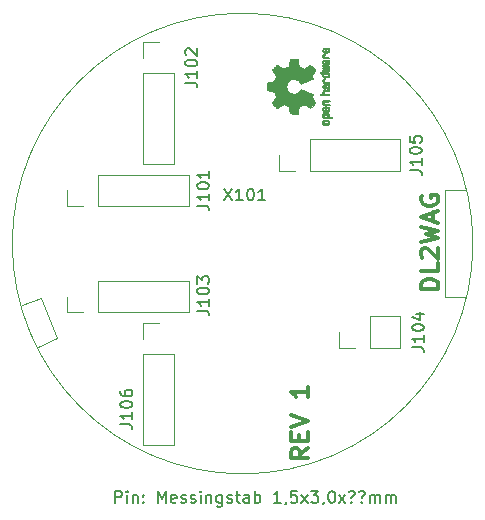
<source format=gbr>
%TF.GenerationSoftware,KiCad,Pcbnew,5.1.9-73d0e3b20d~88~ubuntu18.04.1*%
%TF.CreationDate,2021-01-16T14:41:07+01:00*%
%TF.ProjectId,saba-fernbedienung-anschlussstecker,73616261-2d66-4657-926e-62656469656e,1*%
%TF.SameCoordinates,Original*%
%TF.FileFunction,Legend,Top*%
%TF.FilePolarity,Positive*%
%FSLAX46Y46*%
G04 Gerber Fmt 4.6, Leading zero omitted, Abs format (unit mm)*
G04 Created by KiCad (PCBNEW 5.1.9-73d0e3b20d~88~ubuntu18.04.1) date 2021-01-16 14:41:07*
%MOMM*%
%LPD*%
G01*
G04 APERTURE LIST*
%ADD10C,0.300000*%
%ADD11C,0.120000*%
%ADD12C,0.010000*%
%ADD13C,0.150000*%
G04 APERTURE END LIST*
D10*
X135578571Y-97342857D02*
X134864285Y-97842857D01*
X135578571Y-98200000D02*
X134078571Y-98200000D01*
X134078571Y-97628571D01*
X134150000Y-97485714D01*
X134221428Y-97414285D01*
X134364285Y-97342857D01*
X134578571Y-97342857D01*
X134721428Y-97414285D01*
X134792857Y-97485714D01*
X134864285Y-97628571D01*
X134864285Y-98200000D01*
X134792857Y-96700000D02*
X134792857Y-96200000D01*
X135578571Y-95985714D02*
X135578571Y-96700000D01*
X134078571Y-96700000D01*
X134078571Y-95985714D01*
X134078571Y-95557142D02*
X135578571Y-95057142D01*
X134078571Y-94557142D01*
X135578571Y-92128571D02*
X135578571Y-92985714D01*
X135578571Y-92557142D02*
X134078571Y-92557142D01*
X134292857Y-92700000D01*
X134435714Y-92842857D01*
X134507142Y-92985714D01*
X146578571Y-83864285D02*
X145078571Y-83864285D01*
X145078571Y-83507142D01*
X145150000Y-83292857D01*
X145292857Y-83150000D01*
X145435714Y-83078571D01*
X145721428Y-83007142D01*
X145935714Y-83007142D01*
X146221428Y-83078571D01*
X146364285Y-83150000D01*
X146507142Y-83292857D01*
X146578571Y-83507142D01*
X146578571Y-83864285D01*
X146578571Y-81650000D02*
X146578571Y-82364285D01*
X145078571Y-82364285D01*
X145221428Y-81221428D02*
X145150000Y-81150000D01*
X145078571Y-81007142D01*
X145078571Y-80650000D01*
X145150000Y-80507142D01*
X145221428Y-80435714D01*
X145364285Y-80364285D01*
X145507142Y-80364285D01*
X145721428Y-80435714D01*
X146578571Y-81292857D01*
X146578571Y-80364285D01*
X145078571Y-79864285D02*
X146578571Y-79507142D01*
X145507142Y-79221428D01*
X146578571Y-78935714D01*
X145078571Y-78578571D01*
X146150000Y-78078571D02*
X146150000Y-77364285D01*
X146578571Y-78221428D02*
X145078571Y-77721428D01*
X146578571Y-77221428D01*
X145150000Y-75935714D02*
X145078571Y-76078571D01*
X145078571Y-76292857D01*
X145150000Y-76507142D01*
X145292857Y-76650000D01*
X145435714Y-76721428D01*
X145721428Y-76792857D01*
X145935714Y-76792857D01*
X146221428Y-76721428D01*
X146364285Y-76650000D01*
X146507142Y-76507142D01*
X146578571Y-76292857D01*
X146578571Y-76150000D01*
X146507142Y-75935714D01*
X146435714Y-75864285D01*
X145935714Y-75864285D01*
X145935714Y-76150000D01*
D11*
%TO.C,X101*%
X147100000Y-84500000D02*
X148850000Y-84500000D01*
X147100000Y-75500000D02*
X147100000Y-84500000D01*
X148850000Y-75500000D02*
X147100000Y-75500000D01*
X149500000Y-80000000D02*
G75*
G03*
X149500000Y-80000000I-19500000J0D01*
G01*
X112900000Y-84600000D02*
X114300000Y-88000000D01*
X112900000Y-84600000D02*
X111300000Y-85200000D01*
X114300000Y-88000000D02*
X112700000Y-88800000D01*
%TO.C,J101*%
X125450000Y-76830000D02*
X125450000Y-74170000D01*
X117770000Y-76830000D02*
X125450000Y-76830000D01*
X117770000Y-74170000D02*
X125450000Y-74170000D01*
X117770000Y-76830000D02*
X117770000Y-74170000D01*
X116500000Y-76830000D02*
X115170000Y-76830000D01*
X115170000Y-76830000D02*
X115170000Y-75500000D01*
D12*
%TO.C,REF\u002A\u002A*%
G36*
X132042348Y-66596090D02*
G01*
X132042778Y-66517546D01*
X132043942Y-66460702D01*
X132046207Y-66421895D01*
X132049940Y-66397462D01*
X132055506Y-66383738D01*
X132063273Y-66377060D01*
X132073605Y-66373764D01*
X132074943Y-66373444D01*
X132099079Y-66368438D01*
X132146701Y-66359171D01*
X132212741Y-66346608D01*
X132292128Y-66331713D01*
X132379796Y-66315449D01*
X132382875Y-66314881D01*
X132468789Y-66298590D01*
X132544696Y-66283348D01*
X132606045Y-66270139D01*
X132648282Y-66259946D01*
X132666855Y-66253752D01*
X132667184Y-66253457D01*
X132676253Y-66235212D01*
X132691367Y-66197595D01*
X132709262Y-66148729D01*
X132709358Y-66148457D01*
X132732493Y-66086907D01*
X132761965Y-66014343D01*
X132791597Y-65945943D01*
X132793062Y-65942706D01*
X132843626Y-65831298D01*
X132675160Y-65584601D01*
X132623803Y-65508923D01*
X132577889Y-65440369D01*
X132540030Y-65382912D01*
X132512837Y-65340524D01*
X132498921Y-65317175D01*
X132497889Y-65314958D01*
X132502484Y-65297990D01*
X132524655Y-65266299D01*
X132565447Y-65218648D01*
X132625905Y-65153802D01*
X132690227Y-65087603D01*
X132753612Y-65023786D01*
X132811451Y-64966671D01*
X132860175Y-64919695D01*
X132896210Y-64886297D01*
X132915984Y-64869915D01*
X132917002Y-64869306D01*
X132930572Y-64867495D01*
X132952733Y-64874317D01*
X132986478Y-64891460D01*
X133034800Y-64920607D01*
X133100692Y-64963445D01*
X133185517Y-65020552D01*
X133260177Y-65071234D01*
X133327140Y-65116539D01*
X133382516Y-65153850D01*
X133422420Y-65180548D01*
X133442962Y-65194015D01*
X133444356Y-65194863D01*
X133464038Y-65193219D01*
X133502293Y-65180755D01*
X133551889Y-65159952D01*
X133567728Y-65152538D01*
X133638290Y-65120186D01*
X133718353Y-65085672D01*
X133787629Y-65057635D01*
X133839045Y-65037432D01*
X133878119Y-65021385D01*
X133898541Y-65012112D01*
X133900114Y-65010959D01*
X133902721Y-64993904D01*
X133909863Y-64953702D01*
X133920523Y-64895698D01*
X133933685Y-64825237D01*
X133948333Y-64747665D01*
X133963449Y-64668328D01*
X133978018Y-64592569D01*
X133991022Y-64525736D01*
X134001445Y-64473172D01*
X134008270Y-64440224D01*
X134010199Y-64432143D01*
X134014962Y-64423795D01*
X134025718Y-64417494D01*
X134046098Y-64412955D01*
X134079734Y-64409896D01*
X134130255Y-64408033D01*
X134201292Y-64407082D01*
X134296476Y-64406760D01*
X134335492Y-64406743D01*
X134652799Y-64406743D01*
X134667839Y-64482943D01*
X134675995Y-64525337D01*
X134687899Y-64588600D01*
X134702116Y-64665038D01*
X134717210Y-64746957D01*
X134721355Y-64769600D01*
X134736053Y-64845194D01*
X134750505Y-64911047D01*
X134763375Y-64961634D01*
X134773322Y-64991426D01*
X134776287Y-64996388D01*
X134797283Y-65008574D01*
X134837967Y-65026047D01*
X134890322Y-65045423D01*
X134901600Y-65049266D01*
X134971523Y-65074661D01*
X135050418Y-65106183D01*
X135121266Y-65137031D01*
X135121595Y-65137183D01*
X135232733Y-65188553D01*
X135481253Y-65019601D01*
X135729772Y-64850648D01*
X135947058Y-65067571D01*
X136011726Y-65133181D01*
X136068733Y-65193021D01*
X136115033Y-65243733D01*
X136147584Y-65281954D01*
X136163343Y-65304325D01*
X136164343Y-65307534D01*
X136156469Y-65326374D01*
X136134578Y-65364820D01*
X136101267Y-65418670D01*
X136059131Y-65483724D01*
X136011943Y-65554060D01*
X135963810Y-65625445D01*
X135921928Y-65689092D01*
X135888871Y-65740959D01*
X135867218Y-65777005D01*
X135859543Y-65793133D01*
X135866037Y-65812811D01*
X135883150Y-65850125D01*
X135907326Y-65897379D01*
X135910013Y-65902388D01*
X135941927Y-65966023D01*
X135957579Y-66009659D01*
X135957745Y-66036798D01*
X135943204Y-66050943D01*
X135943000Y-66051025D01*
X135925779Y-66058095D01*
X135884899Y-66074958D01*
X135823525Y-66100305D01*
X135744819Y-66132829D01*
X135651947Y-66171222D01*
X135548072Y-66214178D01*
X135447502Y-66255778D01*
X135336516Y-66301496D01*
X135233703Y-66343474D01*
X135142215Y-66380452D01*
X135065201Y-66411173D01*
X135005815Y-66434378D01*
X134967209Y-66448810D01*
X134952800Y-66453257D01*
X134936272Y-66442104D01*
X134909930Y-66412931D01*
X134880887Y-66374029D01*
X134789039Y-66263243D01*
X134683759Y-66176649D01*
X134567266Y-66115284D01*
X134441776Y-66080185D01*
X134309507Y-66072392D01*
X134248457Y-66078057D01*
X134121795Y-66108922D01*
X134009941Y-66162080D01*
X133914001Y-66234233D01*
X133835076Y-66322083D01*
X133774270Y-66422335D01*
X133732687Y-66531690D01*
X133711428Y-66646853D01*
X133711599Y-66764525D01*
X133734301Y-66881410D01*
X133780638Y-66994211D01*
X133851713Y-67099631D01*
X133891911Y-67143632D01*
X133995129Y-67228021D01*
X134107925Y-67286778D01*
X134227010Y-67320296D01*
X134349095Y-67328965D01*
X134470893Y-67313177D01*
X134589116Y-67273322D01*
X134700475Y-67209793D01*
X134801684Y-67122979D01*
X134880887Y-67025971D01*
X134911162Y-66985563D01*
X134937219Y-66957018D01*
X134952825Y-66946743D01*
X134969843Y-66952123D01*
X135010500Y-66967425D01*
X135071642Y-66991388D01*
X135150119Y-67022756D01*
X135242780Y-67060268D01*
X135346472Y-67102667D01*
X135447526Y-67144337D01*
X135558607Y-67190310D01*
X135661541Y-67232893D01*
X135753165Y-67270779D01*
X135830316Y-67302660D01*
X135889831Y-67327229D01*
X135928544Y-67343180D01*
X135943000Y-67349090D01*
X135957685Y-67363052D01*
X135957642Y-67390060D01*
X135942099Y-67433587D01*
X135910284Y-67497110D01*
X135910013Y-67497612D01*
X135885323Y-67545440D01*
X135867338Y-67584103D01*
X135859614Y-67605905D01*
X135859543Y-67606867D01*
X135867378Y-67623279D01*
X135889165Y-67659513D01*
X135922328Y-67711526D01*
X135964291Y-67775275D01*
X136011943Y-67845940D01*
X136060191Y-67917884D01*
X136102151Y-67982726D01*
X136135227Y-68036265D01*
X136156821Y-68074303D01*
X136164343Y-68092467D01*
X136154457Y-68109192D01*
X136126826Y-68142820D01*
X136084495Y-68189990D01*
X136030505Y-68247342D01*
X135967899Y-68311516D01*
X135946983Y-68332503D01*
X135729623Y-68549501D01*
X135487220Y-68384332D01*
X135412781Y-68334136D01*
X135345972Y-68290081D01*
X135290665Y-68254638D01*
X135250729Y-68230281D01*
X135230036Y-68219478D01*
X135228563Y-68219162D01*
X135209058Y-68224857D01*
X135169822Y-68240174D01*
X135117430Y-68262463D01*
X135082355Y-68278107D01*
X135015201Y-68307359D01*
X134947358Y-68334906D01*
X134890034Y-68356263D01*
X134872572Y-68362065D01*
X134825938Y-68378548D01*
X134789905Y-68394660D01*
X134776287Y-68403510D01*
X134767952Y-68423040D01*
X134756137Y-68465666D01*
X134742181Y-68525855D01*
X134727422Y-68598078D01*
X134721355Y-68630400D01*
X134706273Y-68712478D01*
X134691669Y-68791205D01*
X134678980Y-68858891D01*
X134669642Y-68907840D01*
X134667839Y-68917057D01*
X134652799Y-68993257D01*
X134335492Y-68993257D01*
X134231154Y-68993086D01*
X134152213Y-68992384D01*
X134095038Y-68990866D01*
X134055999Y-68988251D01*
X134031465Y-68984254D01*
X134017805Y-68978591D01*
X134011389Y-68970980D01*
X134010199Y-68967857D01*
X134005980Y-68949022D01*
X133997562Y-68907412D01*
X133985961Y-68848370D01*
X133972195Y-68777243D01*
X133957280Y-68699375D01*
X133942232Y-68620113D01*
X133928069Y-68544802D01*
X133915806Y-68478787D01*
X133906461Y-68427413D01*
X133901050Y-68396025D01*
X133900114Y-68389041D01*
X133887596Y-68382715D01*
X133854246Y-68368710D01*
X133806377Y-68349645D01*
X133787629Y-68342366D01*
X133715195Y-68313004D01*
X133635170Y-68278429D01*
X133567728Y-68247463D01*
X133516159Y-68224677D01*
X133473785Y-68209518D01*
X133447834Y-68204458D01*
X133444356Y-68205264D01*
X133427936Y-68215959D01*
X133391417Y-68240380D01*
X133338687Y-68275905D01*
X133273635Y-68319913D01*
X133200151Y-68369783D01*
X133185645Y-68379644D01*
X133099704Y-68437508D01*
X133034261Y-68480044D01*
X132986304Y-68508946D01*
X132952820Y-68525910D01*
X132930795Y-68532633D01*
X132917217Y-68530810D01*
X132917131Y-68530764D01*
X132899297Y-68516414D01*
X132864817Y-68484677D01*
X132817268Y-68438990D01*
X132760222Y-68382796D01*
X132697255Y-68319532D01*
X132690227Y-68312398D01*
X132613020Y-68232670D01*
X132556330Y-68171143D01*
X132519110Y-68126579D01*
X132500315Y-68097743D01*
X132497889Y-68085042D01*
X132508471Y-68066506D01*
X132532916Y-68028039D01*
X132568612Y-67973614D01*
X132612947Y-67907202D01*
X132663311Y-67832775D01*
X132675160Y-67815399D01*
X132843626Y-67568703D01*
X132793062Y-67457294D01*
X132763595Y-67389543D01*
X132733959Y-67316817D01*
X132710330Y-67254297D01*
X132709358Y-67251543D01*
X132691457Y-67202640D01*
X132676320Y-67164943D01*
X132667210Y-67146575D01*
X132667184Y-67146544D01*
X132650717Y-67140715D01*
X132610219Y-67130808D01*
X132550242Y-67117805D01*
X132475340Y-67102691D01*
X132390064Y-67086448D01*
X132382875Y-67085119D01*
X132295014Y-67068825D01*
X132215260Y-67053867D01*
X132148681Y-67041209D01*
X132100347Y-67031814D01*
X132075325Y-67026646D01*
X132074943Y-67026556D01*
X132064299Y-67023411D01*
X132056262Y-67017296D01*
X132050467Y-67004547D01*
X132046547Y-66981500D01*
X132044135Y-66944491D01*
X132042865Y-66889856D01*
X132042371Y-66813933D01*
X132042286Y-66713056D01*
X132042286Y-66700000D01*
X132042348Y-66596090D01*
G37*
X132042348Y-66596090D02*
X132042778Y-66517546D01*
X132043942Y-66460702D01*
X132046207Y-66421895D01*
X132049940Y-66397462D01*
X132055506Y-66383738D01*
X132063273Y-66377060D01*
X132073605Y-66373764D01*
X132074943Y-66373444D01*
X132099079Y-66368438D01*
X132146701Y-66359171D01*
X132212741Y-66346608D01*
X132292128Y-66331713D01*
X132379796Y-66315449D01*
X132382875Y-66314881D01*
X132468789Y-66298590D01*
X132544696Y-66283348D01*
X132606045Y-66270139D01*
X132648282Y-66259946D01*
X132666855Y-66253752D01*
X132667184Y-66253457D01*
X132676253Y-66235212D01*
X132691367Y-66197595D01*
X132709262Y-66148729D01*
X132709358Y-66148457D01*
X132732493Y-66086907D01*
X132761965Y-66014343D01*
X132791597Y-65945943D01*
X132793062Y-65942706D01*
X132843626Y-65831298D01*
X132675160Y-65584601D01*
X132623803Y-65508923D01*
X132577889Y-65440369D01*
X132540030Y-65382912D01*
X132512837Y-65340524D01*
X132498921Y-65317175D01*
X132497889Y-65314958D01*
X132502484Y-65297990D01*
X132524655Y-65266299D01*
X132565447Y-65218648D01*
X132625905Y-65153802D01*
X132690227Y-65087603D01*
X132753612Y-65023786D01*
X132811451Y-64966671D01*
X132860175Y-64919695D01*
X132896210Y-64886297D01*
X132915984Y-64869915D01*
X132917002Y-64869306D01*
X132930572Y-64867495D01*
X132952733Y-64874317D01*
X132986478Y-64891460D01*
X133034800Y-64920607D01*
X133100692Y-64963445D01*
X133185517Y-65020552D01*
X133260177Y-65071234D01*
X133327140Y-65116539D01*
X133382516Y-65153850D01*
X133422420Y-65180548D01*
X133442962Y-65194015D01*
X133444356Y-65194863D01*
X133464038Y-65193219D01*
X133502293Y-65180755D01*
X133551889Y-65159952D01*
X133567728Y-65152538D01*
X133638290Y-65120186D01*
X133718353Y-65085672D01*
X133787629Y-65057635D01*
X133839045Y-65037432D01*
X133878119Y-65021385D01*
X133898541Y-65012112D01*
X133900114Y-65010959D01*
X133902721Y-64993904D01*
X133909863Y-64953702D01*
X133920523Y-64895698D01*
X133933685Y-64825237D01*
X133948333Y-64747665D01*
X133963449Y-64668328D01*
X133978018Y-64592569D01*
X133991022Y-64525736D01*
X134001445Y-64473172D01*
X134008270Y-64440224D01*
X134010199Y-64432143D01*
X134014962Y-64423795D01*
X134025718Y-64417494D01*
X134046098Y-64412955D01*
X134079734Y-64409896D01*
X134130255Y-64408033D01*
X134201292Y-64407082D01*
X134296476Y-64406760D01*
X134335492Y-64406743D01*
X134652799Y-64406743D01*
X134667839Y-64482943D01*
X134675995Y-64525337D01*
X134687899Y-64588600D01*
X134702116Y-64665038D01*
X134717210Y-64746957D01*
X134721355Y-64769600D01*
X134736053Y-64845194D01*
X134750505Y-64911047D01*
X134763375Y-64961634D01*
X134773322Y-64991426D01*
X134776287Y-64996388D01*
X134797283Y-65008574D01*
X134837967Y-65026047D01*
X134890322Y-65045423D01*
X134901600Y-65049266D01*
X134971523Y-65074661D01*
X135050418Y-65106183D01*
X135121266Y-65137031D01*
X135121595Y-65137183D01*
X135232733Y-65188553D01*
X135481253Y-65019601D01*
X135729772Y-64850648D01*
X135947058Y-65067571D01*
X136011726Y-65133181D01*
X136068733Y-65193021D01*
X136115033Y-65243733D01*
X136147584Y-65281954D01*
X136163343Y-65304325D01*
X136164343Y-65307534D01*
X136156469Y-65326374D01*
X136134578Y-65364820D01*
X136101267Y-65418670D01*
X136059131Y-65483724D01*
X136011943Y-65554060D01*
X135963810Y-65625445D01*
X135921928Y-65689092D01*
X135888871Y-65740959D01*
X135867218Y-65777005D01*
X135859543Y-65793133D01*
X135866037Y-65812811D01*
X135883150Y-65850125D01*
X135907326Y-65897379D01*
X135910013Y-65902388D01*
X135941927Y-65966023D01*
X135957579Y-66009659D01*
X135957745Y-66036798D01*
X135943204Y-66050943D01*
X135943000Y-66051025D01*
X135925779Y-66058095D01*
X135884899Y-66074958D01*
X135823525Y-66100305D01*
X135744819Y-66132829D01*
X135651947Y-66171222D01*
X135548072Y-66214178D01*
X135447502Y-66255778D01*
X135336516Y-66301496D01*
X135233703Y-66343474D01*
X135142215Y-66380452D01*
X135065201Y-66411173D01*
X135005815Y-66434378D01*
X134967209Y-66448810D01*
X134952800Y-66453257D01*
X134936272Y-66442104D01*
X134909930Y-66412931D01*
X134880887Y-66374029D01*
X134789039Y-66263243D01*
X134683759Y-66176649D01*
X134567266Y-66115284D01*
X134441776Y-66080185D01*
X134309507Y-66072392D01*
X134248457Y-66078057D01*
X134121795Y-66108922D01*
X134009941Y-66162080D01*
X133914001Y-66234233D01*
X133835076Y-66322083D01*
X133774270Y-66422335D01*
X133732687Y-66531690D01*
X133711428Y-66646853D01*
X133711599Y-66764525D01*
X133734301Y-66881410D01*
X133780638Y-66994211D01*
X133851713Y-67099631D01*
X133891911Y-67143632D01*
X133995129Y-67228021D01*
X134107925Y-67286778D01*
X134227010Y-67320296D01*
X134349095Y-67328965D01*
X134470893Y-67313177D01*
X134589116Y-67273322D01*
X134700475Y-67209793D01*
X134801684Y-67122979D01*
X134880887Y-67025971D01*
X134911162Y-66985563D01*
X134937219Y-66957018D01*
X134952825Y-66946743D01*
X134969843Y-66952123D01*
X135010500Y-66967425D01*
X135071642Y-66991388D01*
X135150119Y-67022756D01*
X135242780Y-67060268D01*
X135346472Y-67102667D01*
X135447526Y-67144337D01*
X135558607Y-67190310D01*
X135661541Y-67232893D01*
X135753165Y-67270779D01*
X135830316Y-67302660D01*
X135889831Y-67327229D01*
X135928544Y-67343180D01*
X135943000Y-67349090D01*
X135957685Y-67363052D01*
X135957642Y-67390060D01*
X135942099Y-67433587D01*
X135910284Y-67497110D01*
X135910013Y-67497612D01*
X135885323Y-67545440D01*
X135867338Y-67584103D01*
X135859614Y-67605905D01*
X135859543Y-67606867D01*
X135867378Y-67623279D01*
X135889165Y-67659513D01*
X135922328Y-67711526D01*
X135964291Y-67775275D01*
X136011943Y-67845940D01*
X136060191Y-67917884D01*
X136102151Y-67982726D01*
X136135227Y-68036265D01*
X136156821Y-68074303D01*
X136164343Y-68092467D01*
X136154457Y-68109192D01*
X136126826Y-68142820D01*
X136084495Y-68189990D01*
X136030505Y-68247342D01*
X135967899Y-68311516D01*
X135946983Y-68332503D01*
X135729623Y-68549501D01*
X135487220Y-68384332D01*
X135412781Y-68334136D01*
X135345972Y-68290081D01*
X135290665Y-68254638D01*
X135250729Y-68230281D01*
X135230036Y-68219478D01*
X135228563Y-68219162D01*
X135209058Y-68224857D01*
X135169822Y-68240174D01*
X135117430Y-68262463D01*
X135082355Y-68278107D01*
X135015201Y-68307359D01*
X134947358Y-68334906D01*
X134890034Y-68356263D01*
X134872572Y-68362065D01*
X134825938Y-68378548D01*
X134789905Y-68394660D01*
X134776287Y-68403510D01*
X134767952Y-68423040D01*
X134756137Y-68465666D01*
X134742181Y-68525855D01*
X134727422Y-68598078D01*
X134721355Y-68630400D01*
X134706273Y-68712478D01*
X134691669Y-68791205D01*
X134678980Y-68858891D01*
X134669642Y-68907840D01*
X134667839Y-68917057D01*
X134652799Y-68993257D01*
X134335492Y-68993257D01*
X134231154Y-68993086D01*
X134152213Y-68992384D01*
X134095038Y-68990866D01*
X134055999Y-68988251D01*
X134031465Y-68984254D01*
X134017805Y-68978591D01*
X134011389Y-68970980D01*
X134010199Y-68967857D01*
X134005980Y-68949022D01*
X133997562Y-68907412D01*
X133985961Y-68848370D01*
X133972195Y-68777243D01*
X133957280Y-68699375D01*
X133942232Y-68620113D01*
X133928069Y-68544802D01*
X133915806Y-68478787D01*
X133906461Y-68427413D01*
X133901050Y-68396025D01*
X133900114Y-68389041D01*
X133887596Y-68382715D01*
X133854246Y-68368710D01*
X133806377Y-68349645D01*
X133787629Y-68342366D01*
X133715195Y-68313004D01*
X133635170Y-68278429D01*
X133567728Y-68247463D01*
X133516159Y-68224677D01*
X133473785Y-68209518D01*
X133447834Y-68204458D01*
X133444356Y-68205264D01*
X133427936Y-68215959D01*
X133391417Y-68240380D01*
X133338687Y-68275905D01*
X133273635Y-68319913D01*
X133200151Y-68369783D01*
X133185645Y-68379644D01*
X133099704Y-68437508D01*
X133034261Y-68480044D01*
X132986304Y-68508946D01*
X132952820Y-68525910D01*
X132930795Y-68532633D01*
X132917217Y-68530810D01*
X132917131Y-68530764D01*
X132899297Y-68516414D01*
X132864817Y-68484677D01*
X132817268Y-68438990D01*
X132760222Y-68382796D01*
X132697255Y-68319532D01*
X132690227Y-68312398D01*
X132613020Y-68232670D01*
X132556330Y-68171143D01*
X132519110Y-68126579D01*
X132500315Y-68097743D01*
X132497889Y-68085042D01*
X132508471Y-68066506D01*
X132532916Y-68028039D01*
X132568612Y-67973614D01*
X132612947Y-67907202D01*
X132663311Y-67832775D01*
X132675160Y-67815399D01*
X132843626Y-67568703D01*
X132793062Y-67457294D01*
X132763595Y-67389543D01*
X132733959Y-67316817D01*
X132710330Y-67254297D01*
X132709358Y-67251543D01*
X132691457Y-67202640D01*
X132676320Y-67164943D01*
X132667210Y-67146575D01*
X132667184Y-67146544D01*
X132650717Y-67140715D01*
X132610219Y-67130808D01*
X132550242Y-67117805D01*
X132475340Y-67102691D01*
X132390064Y-67086448D01*
X132382875Y-67085119D01*
X132295014Y-67068825D01*
X132215260Y-67053867D01*
X132148681Y-67041209D01*
X132100347Y-67031814D01*
X132075325Y-67026646D01*
X132074943Y-67026556D01*
X132064299Y-67023411D01*
X132056262Y-67017296D01*
X132050467Y-67004547D01*
X132046547Y-66981500D01*
X132044135Y-66944491D01*
X132042865Y-66889856D01*
X132042371Y-66813933D01*
X132042286Y-66713056D01*
X132042286Y-66700000D01*
X132042348Y-66596090D01*
G36*
X136766966Y-63546405D02*
G01*
X136804497Y-63488979D01*
X136838096Y-63461281D01*
X136899064Y-63439338D01*
X136947308Y-63437595D01*
X137011816Y-63441543D01*
X137076934Y-63590314D01*
X137110202Y-63662651D01*
X137136964Y-63709916D01*
X137160144Y-63734493D01*
X137182667Y-63738763D01*
X137207455Y-63725111D01*
X137223886Y-63710057D01*
X137250235Y-63666254D01*
X137252081Y-63618611D01*
X137231546Y-63574855D01*
X137190752Y-63542711D01*
X137176347Y-63536962D01*
X137131356Y-63509424D01*
X137112182Y-63477742D01*
X137095779Y-63434286D01*
X137157966Y-63434286D01*
X137200283Y-63438128D01*
X137235969Y-63453177D01*
X137276943Y-63484720D01*
X137282267Y-63489408D01*
X137318720Y-63524494D01*
X137338283Y-63554653D01*
X137347283Y-63592385D01*
X137350230Y-63623665D01*
X137350965Y-63679615D01*
X137341660Y-63719445D01*
X137327846Y-63744292D01*
X137297467Y-63783344D01*
X137264613Y-63810375D01*
X137223294Y-63827483D01*
X137167521Y-63836762D01*
X137091305Y-63840307D01*
X137052622Y-63840590D01*
X137006247Y-63839628D01*
X137006247Y-63751993D01*
X137031126Y-63750977D01*
X137035200Y-63748444D01*
X137029665Y-63731726D01*
X137015017Y-63695751D01*
X136994190Y-63647669D01*
X136989714Y-63637614D01*
X136958814Y-63576848D01*
X136931657Y-63543368D01*
X136906220Y-63536010D01*
X136880481Y-63553609D01*
X136869109Y-63568144D01*
X136846364Y-63620590D01*
X136850122Y-63669678D01*
X136877884Y-63710773D01*
X136927152Y-63739242D01*
X136966257Y-63748369D01*
X137006247Y-63751993D01*
X137006247Y-63839628D01*
X136962249Y-63838715D01*
X136895384Y-63831804D01*
X136846695Y-63818116D01*
X136810849Y-63795904D01*
X136782513Y-63763426D01*
X136773355Y-63749267D01*
X136749507Y-63684947D01*
X136748006Y-63614527D01*
X136766966Y-63546405D01*
G37*
X136766966Y-63546405D02*
X136804497Y-63488979D01*
X136838096Y-63461281D01*
X136899064Y-63439338D01*
X136947308Y-63437595D01*
X137011816Y-63441543D01*
X137076934Y-63590314D01*
X137110202Y-63662651D01*
X137136964Y-63709916D01*
X137160144Y-63734493D01*
X137182667Y-63738763D01*
X137207455Y-63725111D01*
X137223886Y-63710057D01*
X137250235Y-63666254D01*
X137252081Y-63618611D01*
X137231546Y-63574855D01*
X137190752Y-63542711D01*
X137176347Y-63536962D01*
X137131356Y-63509424D01*
X137112182Y-63477742D01*
X137095779Y-63434286D01*
X137157966Y-63434286D01*
X137200283Y-63438128D01*
X137235969Y-63453177D01*
X137276943Y-63484720D01*
X137282267Y-63489408D01*
X137318720Y-63524494D01*
X137338283Y-63554653D01*
X137347283Y-63592385D01*
X137350230Y-63623665D01*
X137350965Y-63679615D01*
X137341660Y-63719445D01*
X137327846Y-63744292D01*
X137297467Y-63783344D01*
X137264613Y-63810375D01*
X137223294Y-63827483D01*
X137167521Y-63836762D01*
X137091305Y-63840307D01*
X137052622Y-63840590D01*
X137006247Y-63839628D01*
X137006247Y-63751993D01*
X137031126Y-63750977D01*
X137035200Y-63748444D01*
X137029665Y-63731726D01*
X137015017Y-63695751D01*
X136994190Y-63647669D01*
X136989714Y-63637614D01*
X136958814Y-63576848D01*
X136931657Y-63543368D01*
X136906220Y-63536010D01*
X136880481Y-63553609D01*
X136869109Y-63568144D01*
X136846364Y-63620590D01*
X136850122Y-63669678D01*
X136877884Y-63710773D01*
X136927152Y-63739242D01*
X136966257Y-63748369D01*
X137006247Y-63751993D01*
X137006247Y-63839628D01*
X136962249Y-63838715D01*
X136895384Y-63831804D01*
X136846695Y-63818116D01*
X136810849Y-63795904D01*
X136782513Y-63763426D01*
X136773355Y-63749267D01*
X136749507Y-63684947D01*
X136748006Y-63614527D01*
X136766966Y-63546405D01*
G36*
X136758752Y-64047400D02*
G01*
X136766334Y-64030052D01*
X136799128Y-63988644D01*
X136846547Y-63953235D01*
X136897151Y-63931336D01*
X136922098Y-63927771D01*
X136956927Y-63939721D01*
X136975357Y-63965933D01*
X136986516Y-63994036D01*
X136988572Y-64006905D01*
X136973649Y-64013171D01*
X136941175Y-64025544D01*
X136926502Y-64030972D01*
X136875744Y-64061410D01*
X136850427Y-64105480D01*
X136851206Y-64161990D01*
X136852203Y-64166175D01*
X136866507Y-64196345D01*
X136894393Y-64218524D01*
X136939287Y-64233673D01*
X137004615Y-64242750D01*
X137093804Y-64246714D01*
X137141261Y-64247086D01*
X137216071Y-64247270D01*
X137267069Y-64248478D01*
X137299471Y-64251691D01*
X137318495Y-64257891D01*
X137329356Y-64268060D01*
X137337272Y-64283181D01*
X137337670Y-64284054D01*
X137349981Y-64313172D01*
X137354514Y-64327597D01*
X137340809Y-64329814D01*
X137302925Y-64331711D01*
X137245715Y-64333153D01*
X137174027Y-64334002D01*
X137121565Y-64334171D01*
X137020047Y-64333308D01*
X136943032Y-64329930D01*
X136886023Y-64322858D01*
X136844526Y-64310912D01*
X136814043Y-64292910D01*
X136790080Y-64267673D01*
X136773355Y-64242753D01*
X136751097Y-64182829D01*
X136746076Y-64113089D01*
X136758752Y-64047400D01*
G37*
X136758752Y-64047400D02*
X136766334Y-64030052D01*
X136799128Y-63988644D01*
X136846547Y-63953235D01*
X136897151Y-63931336D01*
X136922098Y-63927771D01*
X136956927Y-63939721D01*
X136975357Y-63965933D01*
X136986516Y-63994036D01*
X136988572Y-64006905D01*
X136973649Y-64013171D01*
X136941175Y-64025544D01*
X136926502Y-64030972D01*
X136875744Y-64061410D01*
X136850427Y-64105480D01*
X136851206Y-64161990D01*
X136852203Y-64166175D01*
X136866507Y-64196345D01*
X136894393Y-64218524D01*
X136939287Y-64233673D01*
X137004615Y-64242750D01*
X137093804Y-64246714D01*
X137141261Y-64247086D01*
X137216071Y-64247270D01*
X137267069Y-64248478D01*
X137299471Y-64251691D01*
X137318495Y-64257891D01*
X137329356Y-64268060D01*
X137337272Y-64283181D01*
X137337670Y-64284054D01*
X137349981Y-64313172D01*
X137354514Y-64327597D01*
X137340809Y-64329814D01*
X137302925Y-64331711D01*
X137245715Y-64333153D01*
X137174027Y-64334002D01*
X137121565Y-64334171D01*
X137020047Y-64333308D01*
X136943032Y-64329930D01*
X136886023Y-64322858D01*
X136844526Y-64310912D01*
X136814043Y-64292910D01*
X136790080Y-64267673D01*
X136773355Y-64242753D01*
X136751097Y-64182829D01*
X136746076Y-64113089D01*
X136758752Y-64047400D01*
G36*
X136756335Y-64555124D02*
G01*
X136775344Y-64513333D01*
X136798378Y-64480531D01*
X136824133Y-64456497D01*
X136857358Y-64439903D01*
X136902800Y-64429423D01*
X136965207Y-64423729D01*
X137049327Y-64421493D01*
X137104721Y-64421257D01*
X137320826Y-64421257D01*
X137337670Y-64458226D01*
X137349981Y-64487344D01*
X137354514Y-64501769D01*
X137341025Y-64504528D01*
X137304653Y-64506718D01*
X137251542Y-64508058D01*
X137209372Y-64508343D01*
X137148447Y-64509566D01*
X137100115Y-64512864D01*
X137070518Y-64517679D01*
X137064229Y-64521504D01*
X137070652Y-64547217D01*
X137087125Y-64587582D01*
X137109458Y-64634321D01*
X137133457Y-64679155D01*
X137154930Y-64713807D01*
X137169685Y-64729998D01*
X137169845Y-64730062D01*
X137197152Y-64728670D01*
X137223219Y-64716182D01*
X137244392Y-64694257D01*
X137251474Y-64662257D01*
X137250649Y-64634908D01*
X137250042Y-64596174D01*
X137259116Y-64575842D01*
X137283092Y-64563631D01*
X137287613Y-64562091D01*
X137321806Y-64556797D01*
X137342568Y-64570953D01*
X137352462Y-64607852D01*
X137354292Y-64647711D01*
X137340727Y-64719438D01*
X137321355Y-64756568D01*
X137275845Y-64802424D01*
X137219983Y-64826744D01*
X137160957Y-64828927D01*
X137105953Y-64808371D01*
X137071486Y-64777451D01*
X137052189Y-64746580D01*
X137027759Y-64698058D01*
X137002985Y-64641515D01*
X136999199Y-64632090D01*
X136971791Y-64569981D01*
X136947634Y-64534178D01*
X136923619Y-64522663D01*
X136896635Y-64533420D01*
X136875543Y-64551886D01*
X136849572Y-64595531D01*
X136847624Y-64643554D01*
X136867637Y-64687594D01*
X136907551Y-64719291D01*
X136917848Y-64723451D01*
X136955724Y-64747673D01*
X136983842Y-64783035D01*
X137006917Y-64827657D01*
X136941485Y-64827657D01*
X136901506Y-64825031D01*
X136869997Y-64813770D01*
X136836378Y-64788801D01*
X136810484Y-64764831D01*
X136773817Y-64727559D01*
X136754121Y-64698599D01*
X136746220Y-64667495D01*
X136744914Y-64632287D01*
X136756335Y-64555124D01*
G37*
X136756335Y-64555124D02*
X136775344Y-64513333D01*
X136798378Y-64480531D01*
X136824133Y-64456497D01*
X136857358Y-64439903D01*
X136902800Y-64429423D01*
X136965207Y-64423729D01*
X137049327Y-64421493D01*
X137104721Y-64421257D01*
X137320826Y-64421257D01*
X137337670Y-64458226D01*
X137349981Y-64487344D01*
X137354514Y-64501769D01*
X137341025Y-64504528D01*
X137304653Y-64506718D01*
X137251542Y-64508058D01*
X137209372Y-64508343D01*
X137148447Y-64509566D01*
X137100115Y-64512864D01*
X137070518Y-64517679D01*
X137064229Y-64521504D01*
X137070652Y-64547217D01*
X137087125Y-64587582D01*
X137109458Y-64634321D01*
X137133457Y-64679155D01*
X137154930Y-64713807D01*
X137169685Y-64729998D01*
X137169845Y-64730062D01*
X137197152Y-64728670D01*
X137223219Y-64716182D01*
X137244392Y-64694257D01*
X137251474Y-64662257D01*
X137250649Y-64634908D01*
X137250042Y-64596174D01*
X137259116Y-64575842D01*
X137283092Y-64563631D01*
X137287613Y-64562091D01*
X137321806Y-64556797D01*
X137342568Y-64570953D01*
X137352462Y-64607852D01*
X137354292Y-64647711D01*
X137340727Y-64719438D01*
X137321355Y-64756568D01*
X137275845Y-64802424D01*
X137219983Y-64826744D01*
X137160957Y-64828927D01*
X137105953Y-64808371D01*
X137071486Y-64777451D01*
X137052189Y-64746580D01*
X137027759Y-64698058D01*
X137002985Y-64641515D01*
X136999199Y-64632090D01*
X136971791Y-64569981D01*
X136947634Y-64534178D01*
X136923619Y-64522663D01*
X136896635Y-64533420D01*
X136875543Y-64551886D01*
X136849572Y-64595531D01*
X136847624Y-64643554D01*
X136867637Y-64687594D01*
X136907551Y-64719291D01*
X136917848Y-64723451D01*
X136955724Y-64747673D01*
X136983842Y-64783035D01*
X137006917Y-64827657D01*
X136941485Y-64827657D01*
X136901506Y-64825031D01*
X136869997Y-64813770D01*
X136836378Y-64788801D01*
X136810484Y-64764831D01*
X136773817Y-64727559D01*
X136754121Y-64698599D01*
X136746220Y-64667495D01*
X136744914Y-64632287D01*
X136756335Y-64555124D01*
G36*
X136758663Y-64920167D02*
G01*
X136796850Y-64917952D01*
X136854886Y-64916216D01*
X136928180Y-64915101D01*
X137005055Y-64914743D01*
X137265196Y-64914743D01*
X137311127Y-64960674D01*
X137339429Y-64992325D01*
X137350893Y-65020110D01*
X137350168Y-65058085D01*
X137348321Y-65073160D01*
X137342948Y-65120274D01*
X137339869Y-65159244D01*
X137339585Y-65168743D01*
X137341445Y-65200767D01*
X137346114Y-65246568D01*
X137348321Y-65264326D01*
X137351735Y-65307943D01*
X137344320Y-65337255D01*
X137321427Y-65366320D01*
X137311127Y-65376812D01*
X137265196Y-65422743D01*
X136778602Y-65422743D01*
X136761758Y-65385774D01*
X136749282Y-65353941D01*
X136744914Y-65335317D01*
X136758718Y-65330542D01*
X136797286Y-65326079D01*
X136856356Y-65322225D01*
X136931663Y-65319278D01*
X136995286Y-65317857D01*
X137245657Y-65313886D01*
X137250556Y-65279241D01*
X137247131Y-65247732D01*
X137236041Y-65232292D01*
X137215308Y-65227977D01*
X137171145Y-65224292D01*
X137109146Y-65221531D01*
X137034909Y-65219988D01*
X136996706Y-65219765D01*
X136776783Y-65219543D01*
X136760849Y-65173834D01*
X136750015Y-65141482D01*
X136744962Y-65123885D01*
X136744914Y-65123377D01*
X136758648Y-65121612D01*
X136796730Y-65119671D01*
X136854482Y-65117718D01*
X136927227Y-65115916D01*
X136995286Y-65114657D01*
X137245657Y-65110686D01*
X137245657Y-65023600D01*
X137017240Y-65019604D01*
X136788822Y-65015608D01*
X136766868Y-64973153D01*
X136751793Y-64941808D01*
X136744951Y-64923256D01*
X136744914Y-64922721D01*
X136758663Y-64920167D01*
G37*
X136758663Y-64920167D02*
X136796850Y-64917952D01*
X136854886Y-64916216D01*
X136928180Y-64915101D01*
X137005055Y-64914743D01*
X137265196Y-64914743D01*
X137311127Y-64960674D01*
X137339429Y-64992325D01*
X137350893Y-65020110D01*
X137350168Y-65058085D01*
X137348321Y-65073160D01*
X137342948Y-65120274D01*
X137339869Y-65159244D01*
X137339585Y-65168743D01*
X137341445Y-65200767D01*
X137346114Y-65246568D01*
X137348321Y-65264326D01*
X137351735Y-65307943D01*
X137344320Y-65337255D01*
X137321427Y-65366320D01*
X137311127Y-65376812D01*
X137265196Y-65422743D01*
X136778602Y-65422743D01*
X136761758Y-65385774D01*
X136749282Y-65353941D01*
X136744914Y-65335317D01*
X136758718Y-65330542D01*
X136797286Y-65326079D01*
X136856356Y-65322225D01*
X136931663Y-65319278D01*
X136995286Y-65317857D01*
X137245657Y-65313886D01*
X137250556Y-65279241D01*
X137247131Y-65247732D01*
X137236041Y-65232292D01*
X137215308Y-65227977D01*
X137171145Y-65224292D01*
X137109146Y-65221531D01*
X137034909Y-65219988D01*
X136996706Y-65219765D01*
X136776783Y-65219543D01*
X136760849Y-65173834D01*
X136750015Y-65141482D01*
X136744962Y-65123885D01*
X136744914Y-65123377D01*
X136758648Y-65121612D01*
X136796730Y-65119671D01*
X136854482Y-65117718D01*
X136927227Y-65115916D01*
X136995286Y-65114657D01*
X137245657Y-65110686D01*
X137245657Y-65023600D01*
X137017240Y-65019604D01*
X136788822Y-65015608D01*
X136766868Y-64973153D01*
X136751793Y-64941808D01*
X136744951Y-64923256D01*
X136744914Y-64922721D01*
X136758663Y-64920167D01*
G36*
X136865358Y-65509883D02*
G01*
X136973837Y-65510067D01*
X137057287Y-65510781D01*
X137119704Y-65512325D01*
X137165085Y-65514999D01*
X137197429Y-65519106D01*
X137220733Y-65524945D01*
X137238995Y-65532818D01*
X137249418Y-65538779D01*
X137305945Y-65588145D01*
X137341377Y-65650736D01*
X137354090Y-65719987D01*
X137342463Y-65789332D01*
X137321568Y-65830625D01*
X137285422Y-65873975D01*
X137241276Y-65903519D01*
X137183462Y-65921345D01*
X137106313Y-65929537D01*
X137049714Y-65930698D01*
X137045647Y-65930542D01*
X137045647Y-65829143D01*
X137110550Y-65828524D01*
X137153514Y-65825686D01*
X137181622Y-65819160D01*
X137201953Y-65807477D01*
X137217288Y-65793517D01*
X137246890Y-65746635D01*
X137249419Y-65696299D01*
X137224705Y-65648724D01*
X137221356Y-65645021D01*
X137203935Y-65629217D01*
X137183209Y-65619307D01*
X137152362Y-65613942D01*
X137104577Y-65611772D01*
X137051748Y-65611429D01*
X136985381Y-65612173D01*
X136941106Y-65615252D01*
X136912009Y-65621939D01*
X136891173Y-65633504D01*
X136880107Y-65642987D01*
X136852198Y-65687040D01*
X136848843Y-65737776D01*
X136870159Y-65786204D01*
X136878073Y-65795550D01*
X136895647Y-65811460D01*
X136916587Y-65821390D01*
X136947782Y-65826722D01*
X136996122Y-65828837D01*
X137045647Y-65829143D01*
X137045647Y-65930542D01*
X136958568Y-65927190D01*
X136890086Y-65915274D01*
X136838600Y-65892865D01*
X136798443Y-65857876D01*
X136777861Y-65830625D01*
X136755625Y-65781093D01*
X136745304Y-65723684D01*
X136748067Y-65670318D01*
X136759212Y-65640457D01*
X136762383Y-65628739D01*
X136750557Y-65620963D01*
X136718866Y-65615535D01*
X136670593Y-65611429D01*
X136616829Y-65606933D01*
X136584482Y-65600687D01*
X136565985Y-65589324D01*
X136553770Y-65569472D01*
X136548362Y-65557000D01*
X136528601Y-65509829D01*
X136865358Y-65509883D01*
G37*
X136865358Y-65509883D02*
X136973837Y-65510067D01*
X137057287Y-65510781D01*
X137119704Y-65512325D01*
X137165085Y-65514999D01*
X137197429Y-65519106D01*
X137220733Y-65524945D01*
X137238995Y-65532818D01*
X137249418Y-65538779D01*
X137305945Y-65588145D01*
X137341377Y-65650736D01*
X137354090Y-65719987D01*
X137342463Y-65789332D01*
X137321568Y-65830625D01*
X137285422Y-65873975D01*
X137241276Y-65903519D01*
X137183462Y-65921345D01*
X137106313Y-65929537D01*
X137049714Y-65930698D01*
X137045647Y-65930542D01*
X137045647Y-65829143D01*
X137110550Y-65828524D01*
X137153514Y-65825686D01*
X137181622Y-65819160D01*
X137201953Y-65807477D01*
X137217288Y-65793517D01*
X137246890Y-65746635D01*
X137249419Y-65696299D01*
X137224705Y-65648724D01*
X137221356Y-65645021D01*
X137203935Y-65629217D01*
X137183209Y-65619307D01*
X137152362Y-65613942D01*
X137104577Y-65611772D01*
X137051748Y-65611429D01*
X136985381Y-65612173D01*
X136941106Y-65615252D01*
X136912009Y-65621939D01*
X136891173Y-65633504D01*
X136880107Y-65642987D01*
X136852198Y-65687040D01*
X136848843Y-65737776D01*
X136870159Y-65786204D01*
X136878073Y-65795550D01*
X136895647Y-65811460D01*
X136916587Y-65821390D01*
X136947782Y-65826722D01*
X136996122Y-65828837D01*
X137045647Y-65829143D01*
X137045647Y-65930542D01*
X136958568Y-65927190D01*
X136890086Y-65915274D01*
X136838600Y-65892865D01*
X136798443Y-65857876D01*
X136777861Y-65830625D01*
X136755625Y-65781093D01*
X136745304Y-65723684D01*
X136748067Y-65670318D01*
X136759212Y-65640457D01*
X136762383Y-65628739D01*
X136750557Y-65620963D01*
X136718866Y-65615535D01*
X136670593Y-65611429D01*
X136616829Y-65606933D01*
X136584482Y-65600687D01*
X136565985Y-65589324D01*
X136553770Y-65569472D01*
X136548362Y-65557000D01*
X136528601Y-65509829D01*
X136865358Y-65509883D01*
G36*
X136749755Y-66170074D02*
G01*
X136774084Y-66104142D01*
X136817117Y-66050727D01*
X136847409Y-66029836D01*
X136902994Y-66007061D01*
X136943186Y-66007534D01*
X136970217Y-66031438D01*
X136974813Y-66040283D01*
X136989144Y-66078470D01*
X136985472Y-66097972D01*
X136961407Y-66104578D01*
X136948114Y-66104914D01*
X136899210Y-66117008D01*
X136864999Y-66148529D01*
X136848476Y-66192341D01*
X136852634Y-66241305D01*
X136874227Y-66281106D01*
X136886544Y-66294550D01*
X136901487Y-66304079D01*
X136924075Y-66310515D01*
X136959328Y-66314683D01*
X137012266Y-66317403D01*
X137087907Y-66319498D01*
X137111857Y-66320040D01*
X137193790Y-66322019D01*
X137251455Y-66324269D01*
X137289608Y-66327643D01*
X137313004Y-66332994D01*
X137326398Y-66341176D01*
X137334545Y-66353041D01*
X137338144Y-66360638D01*
X137350452Y-66392898D01*
X137354514Y-66411889D01*
X137340948Y-66418164D01*
X137299934Y-66421994D01*
X137230999Y-66423400D01*
X137133669Y-66422402D01*
X137118657Y-66422092D01*
X137029859Y-66419899D01*
X136965019Y-66417307D01*
X136919067Y-66413618D01*
X136886935Y-66408136D01*
X136863553Y-66400165D01*
X136843852Y-66389007D01*
X136835410Y-66383170D01*
X136798057Y-66349704D01*
X136769003Y-66312273D01*
X136766467Y-66307691D01*
X136746443Y-66240574D01*
X136749755Y-66170074D01*
G37*
X136749755Y-66170074D02*
X136774084Y-66104142D01*
X136817117Y-66050727D01*
X136847409Y-66029836D01*
X136902994Y-66007061D01*
X136943186Y-66007534D01*
X136970217Y-66031438D01*
X136974813Y-66040283D01*
X136989144Y-66078470D01*
X136985472Y-66097972D01*
X136961407Y-66104578D01*
X136948114Y-66104914D01*
X136899210Y-66117008D01*
X136864999Y-66148529D01*
X136848476Y-66192341D01*
X136852634Y-66241305D01*
X136874227Y-66281106D01*
X136886544Y-66294550D01*
X136901487Y-66304079D01*
X136924075Y-66310515D01*
X136959328Y-66314683D01*
X137012266Y-66317403D01*
X137087907Y-66319498D01*
X137111857Y-66320040D01*
X137193790Y-66322019D01*
X137251455Y-66324269D01*
X137289608Y-66327643D01*
X137313004Y-66332994D01*
X137326398Y-66341176D01*
X137334545Y-66353041D01*
X137338144Y-66360638D01*
X137350452Y-66392898D01*
X137354514Y-66411889D01*
X137340948Y-66418164D01*
X137299934Y-66421994D01*
X137230999Y-66423400D01*
X137133669Y-66422402D01*
X137118657Y-66422092D01*
X137029859Y-66419899D01*
X136965019Y-66417307D01*
X136919067Y-66413618D01*
X136886935Y-66408136D01*
X136863553Y-66400165D01*
X136843852Y-66389007D01*
X136835410Y-66383170D01*
X136798057Y-66349704D01*
X136769003Y-66312273D01*
X136766467Y-66307691D01*
X136746443Y-66240574D01*
X136749755Y-66170074D01*
G36*
X136750968Y-66660256D02*
G01*
X136772087Y-66603384D01*
X136772493Y-66602733D01*
X136798380Y-66567560D01*
X136828633Y-66541593D01*
X136868058Y-66523330D01*
X136921462Y-66511268D01*
X136993651Y-66503904D01*
X137089432Y-66499736D01*
X137103078Y-66499371D01*
X137308842Y-66494124D01*
X137331678Y-66538284D01*
X137347110Y-66570237D01*
X137354423Y-66589530D01*
X137354514Y-66590422D01*
X137341022Y-66593761D01*
X137304626Y-66596413D01*
X137251452Y-66598044D01*
X137208393Y-66598400D01*
X137138641Y-66598408D01*
X137094837Y-66601597D01*
X137073944Y-66612712D01*
X137072925Y-66636499D01*
X137088741Y-66677704D01*
X137117815Y-66739914D01*
X137141963Y-66785659D01*
X137162913Y-66809187D01*
X137185747Y-66816104D01*
X137186877Y-66816114D01*
X137226212Y-66804701D01*
X137247462Y-66770908D01*
X137250539Y-66719191D01*
X137250006Y-66681939D01*
X137260735Y-66662297D01*
X137286505Y-66650048D01*
X137319337Y-66642998D01*
X137337966Y-66653158D01*
X137340632Y-66656983D01*
X137351340Y-66692999D01*
X137352856Y-66743434D01*
X137345759Y-66795374D01*
X137332788Y-66832178D01*
X137289585Y-66883062D01*
X137229446Y-66911986D01*
X137182462Y-66917714D01*
X137140082Y-66913343D01*
X137105488Y-66897525D01*
X137074763Y-66866203D01*
X137043990Y-66815322D01*
X137009252Y-66740824D01*
X137007288Y-66736286D01*
X136976287Y-66669179D01*
X136950862Y-66627768D01*
X136928014Y-66610019D01*
X136904745Y-66613893D01*
X136878056Y-66637357D01*
X136871914Y-66644373D01*
X136848100Y-66691370D01*
X136849103Y-66740067D01*
X136872451Y-66782478D01*
X136915675Y-66810616D01*
X136924160Y-66813231D01*
X136965308Y-66838692D01*
X136985128Y-66870999D01*
X137004770Y-66917714D01*
X136953950Y-66917714D01*
X136880082Y-66903504D01*
X136812327Y-66861325D01*
X136789661Y-66839376D01*
X136760569Y-66789483D01*
X136747400Y-66726033D01*
X136750968Y-66660256D01*
G37*
X136750968Y-66660256D02*
X136772087Y-66603384D01*
X136772493Y-66602733D01*
X136798380Y-66567560D01*
X136828633Y-66541593D01*
X136868058Y-66523330D01*
X136921462Y-66511268D01*
X136993651Y-66503904D01*
X137089432Y-66499736D01*
X137103078Y-66499371D01*
X137308842Y-66494124D01*
X137331678Y-66538284D01*
X137347110Y-66570237D01*
X137354423Y-66589530D01*
X137354514Y-66590422D01*
X137341022Y-66593761D01*
X137304626Y-66596413D01*
X137251452Y-66598044D01*
X137208393Y-66598400D01*
X137138641Y-66598408D01*
X137094837Y-66601597D01*
X137073944Y-66612712D01*
X137072925Y-66636499D01*
X137088741Y-66677704D01*
X137117815Y-66739914D01*
X137141963Y-66785659D01*
X137162913Y-66809187D01*
X137185747Y-66816104D01*
X137186877Y-66816114D01*
X137226212Y-66804701D01*
X137247462Y-66770908D01*
X137250539Y-66719191D01*
X137250006Y-66681939D01*
X137260735Y-66662297D01*
X137286505Y-66650048D01*
X137319337Y-66642998D01*
X137337966Y-66653158D01*
X137340632Y-66656983D01*
X137351340Y-66692999D01*
X137352856Y-66743434D01*
X137345759Y-66795374D01*
X137332788Y-66832178D01*
X137289585Y-66883062D01*
X137229446Y-66911986D01*
X137182462Y-66917714D01*
X137140082Y-66913343D01*
X137105488Y-66897525D01*
X137074763Y-66866203D01*
X137043990Y-66815322D01*
X137009252Y-66740824D01*
X137007288Y-66736286D01*
X136976287Y-66669179D01*
X136950862Y-66627768D01*
X136928014Y-66610019D01*
X136904745Y-66613893D01*
X136878056Y-66637357D01*
X136871914Y-66644373D01*
X136848100Y-66691370D01*
X136849103Y-66740067D01*
X136872451Y-66782478D01*
X136915675Y-66810616D01*
X136924160Y-66813231D01*
X136965308Y-66838692D01*
X136985128Y-66870999D01*
X137004770Y-66917714D01*
X136953950Y-66917714D01*
X136880082Y-66903504D01*
X136812327Y-66861325D01*
X136789661Y-66839376D01*
X136760569Y-66789483D01*
X136747400Y-66726033D01*
X136750968Y-66660256D01*
G36*
X136651289Y-67324114D02*
G01*
X136710613Y-67319861D01*
X136745572Y-67314975D01*
X136760820Y-67308205D01*
X136761015Y-67298298D01*
X136759195Y-67295086D01*
X136746015Y-67252356D01*
X136746785Y-67196773D01*
X136760333Y-67140263D01*
X136777861Y-67104918D01*
X136805861Y-67068679D01*
X136837549Y-67042187D01*
X136877813Y-67024001D01*
X136931543Y-67012678D01*
X137003626Y-67006778D01*
X137098951Y-67004857D01*
X137117237Y-67004823D01*
X137322646Y-67004800D01*
X137338580Y-67050509D01*
X137349420Y-67082973D01*
X137354468Y-67100785D01*
X137354514Y-67101309D01*
X137340828Y-67103063D01*
X137303076Y-67104556D01*
X137246224Y-67105674D01*
X137175234Y-67106303D01*
X137132073Y-67106400D01*
X137046973Y-67106602D01*
X136985981Y-67107642D01*
X136944177Y-67110169D01*
X136916642Y-67114836D01*
X136898456Y-67122293D01*
X136884698Y-67133189D01*
X136878073Y-67139993D01*
X136851375Y-67186728D01*
X136849375Y-67237728D01*
X136871955Y-67283999D01*
X136880107Y-67292556D01*
X136895436Y-67305107D01*
X136913618Y-67313812D01*
X136939909Y-67319369D01*
X136979562Y-67322474D01*
X137037832Y-67323824D01*
X137118173Y-67324114D01*
X137322646Y-67324114D01*
X137338580Y-67369823D01*
X137349420Y-67402287D01*
X137354468Y-67420099D01*
X137354514Y-67420623D01*
X137340623Y-67421963D01*
X137301439Y-67423172D01*
X137240700Y-67424199D01*
X137162141Y-67424998D01*
X137069498Y-67425519D01*
X136966509Y-67425714D01*
X136569342Y-67425714D01*
X136549444Y-67378543D01*
X136529547Y-67331371D01*
X136651289Y-67324114D01*
G37*
X136651289Y-67324114D02*
X136710613Y-67319861D01*
X136745572Y-67314975D01*
X136760820Y-67308205D01*
X136761015Y-67298298D01*
X136759195Y-67295086D01*
X136746015Y-67252356D01*
X136746785Y-67196773D01*
X136760333Y-67140263D01*
X136777861Y-67104918D01*
X136805861Y-67068679D01*
X136837549Y-67042187D01*
X136877813Y-67024001D01*
X136931543Y-67012678D01*
X137003626Y-67006778D01*
X137098951Y-67004857D01*
X137117237Y-67004823D01*
X137322646Y-67004800D01*
X137338580Y-67050509D01*
X137349420Y-67082973D01*
X137354468Y-67100785D01*
X137354514Y-67101309D01*
X137340828Y-67103063D01*
X137303076Y-67104556D01*
X137246224Y-67105674D01*
X137175234Y-67106303D01*
X137132073Y-67106400D01*
X137046973Y-67106602D01*
X136985981Y-67107642D01*
X136944177Y-67110169D01*
X136916642Y-67114836D01*
X136898456Y-67122293D01*
X136884698Y-67133189D01*
X136878073Y-67139993D01*
X136851375Y-67186728D01*
X136849375Y-67237728D01*
X136871955Y-67283999D01*
X136880107Y-67292556D01*
X136895436Y-67305107D01*
X136913618Y-67313812D01*
X136939909Y-67319369D01*
X136979562Y-67322474D01*
X137037832Y-67323824D01*
X137118173Y-67324114D01*
X137322646Y-67324114D01*
X137338580Y-67369823D01*
X137349420Y-67402287D01*
X137354468Y-67420099D01*
X137354514Y-67420623D01*
X137340623Y-67421963D01*
X137301439Y-67423172D01*
X137240700Y-67424199D01*
X137162141Y-67424998D01*
X137069498Y-67425519D01*
X136966509Y-67425714D01*
X136569342Y-67425714D01*
X136549444Y-67378543D01*
X136529547Y-67331371D01*
X136651289Y-67324114D01*
G36*
X136731239Y-68531697D02*
G01*
X136769735Y-68474473D01*
X136825335Y-68430251D01*
X136896086Y-68403833D01*
X136948162Y-68398490D01*
X136969893Y-68399097D01*
X136986531Y-68404178D01*
X137001437Y-68418145D01*
X137017973Y-68445411D01*
X137039498Y-68490388D01*
X137069374Y-68557489D01*
X137069524Y-68557829D01*
X137097813Y-68619593D01*
X137122933Y-68670241D01*
X137142179Y-68704596D01*
X137152848Y-68717482D01*
X137152934Y-68717486D01*
X137176166Y-68706128D01*
X137201774Y-68679569D01*
X137220221Y-68649077D01*
X137223886Y-68633630D01*
X137211212Y-68591485D01*
X137179471Y-68555192D01*
X137144572Y-68537483D01*
X137118845Y-68520448D01*
X137089546Y-68487078D01*
X137064235Y-68447851D01*
X137050471Y-68413244D01*
X137049714Y-68406007D01*
X137062160Y-68397861D01*
X137093972Y-68397370D01*
X137136866Y-68403357D01*
X137182558Y-68414643D01*
X137222761Y-68430050D01*
X137224322Y-68430829D01*
X137289062Y-68477196D01*
X137333097Y-68537289D01*
X137354711Y-68605535D01*
X137352185Y-68676362D01*
X137323804Y-68744196D01*
X137321808Y-68747212D01*
X137273448Y-68800573D01*
X137210352Y-68835660D01*
X137127387Y-68855078D01*
X137104078Y-68857684D01*
X136994055Y-68862299D01*
X136942748Y-68856767D01*
X136942748Y-68717486D01*
X136974753Y-68715676D01*
X136984093Y-68705778D01*
X136977105Y-68681102D01*
X136960587Y-68642205D01*
X136939881Y-68598725D01*
X136939333Y-68597644D01*
X136919949Y-68560791D01*
X136907013Y-68546000D01*
X136893451Y-68549647D01*
X136875632Y-68565005D01*
X136849845Y-68604077D01*
X136847950Y-68646154D01*
X136866717Y-68683897D01*
X136902915Y-68709966D01*
X136942748Y-68717486D01*
X136942748Y-68856767D01*
X136906027Y-68852806D01*
X136836212Y-68828450D01*
X136787302Y-68794544D01*
X136737878Y-68733347D01*
X136713359Y-68665937D01*
X136711797Y-68597120D01*
X136731239Y-68531697D01*
G37*
X136731239Y-68531697D02*
X136769735Y-68474473D01*
X136825335Y-68430251D01*
X136896086Y-68403833D01*
X136948162Y-68398490D01*
X136969893Y-68399097D01*
X136986531Y-68404178D01*
X137001437Y-68418145D01*
X137017973Y-68445411D01*
X137039498Y-68490388D01*
X137069374Y-68557489D01*
X137069524Y-68557829D01*
X137097813Y-68619593D01*
X137122933Y-68670241D01*
X137142179Y-68704596D01*
X137152848Y-68717482D01*
X137152934Y-68717486D01*
X137176166Y-68706128D01*
X137201774Y-68679569D01*
X137220221Y-68649077D01*
X137223886Y-68633630D01*
X137211212Y-68591485D01*
X137179471Y-68555192D01*
X137144572Y-68537483D01*
X137118845Y-68520448D01*
X137089546Y-68487078D01*
X137064235Y-68447851D01*
X137050471Y-68413244D01*
X137049714Y-68406007D01*
X137062160Y-68397861D01*
X137093972Y-68397370D01*
X137136866Y-68403357D01*
X137182558Y-68414643D01*
X137222761Y-68430050D01*
X137224322Y-68430829D01*
X137289062Y-68477196D01*
X137333097Y-68537289D01*
X137354711Y-68605535D01*
X137352185Y-68676362D01*
X137323804Y-68744196D01*
X137321808Y-68747212D01*
X137273448Y-68800573D01*
X137210352Y-68835660D01*
X137127387Y-68855078D01*
X137104078Y-68857684D01*
X136994055Y-68862299D01*
X136942748Y-68856767D01*
X136942748Y-68717486D01*
X136974753Y-68715676D01*
X136984093Y-68705778D01*
X136977105Y-68681102D01*
X136960587Y-68642205D01*
X136939881Y-68598725D01*
X136939333Y-68597644D01*
X136919949Y-68560791D01*
X136907013Y-68546000D01*
X136893451Y-68549647D01*
X136875632Y-68565005D01*
X136849845Y-68604077D01*
X136847950Y-68646154D01*
X136866717Y-68683897D01*
X136902915Y-68709966D01*
X136942748Y-68717486D01*
X136942748Y-68856767D01*
X136906027Y-68852806D01*
X136836212Y-68828450D01*
X136787302Y-68794544D01*
X136737878Y-68733347D01*
X136713359Y-68665937D01*
X136711797Y-68597120D01*
X136731239Y-68531697D01*
G36*
X136721962Y-69658885D02*
G01*
X136757733Y-69590855D01*
X136815301Y-69540649D01*
X136852312Y-69522815D01*
X136907882Y-69508937D01*
X136978096Y-69501833D01*
X137054727Y-69501160D01*
X137129552Y-69506573D01*
X137194342Y-69517730D01*
X137240873Y-69534286D01*
X137248887Y-69539374D01*
X137308707Y-69599645D01*
X137344535Y-69671231D01*
X137355020Y-69748908D01*
X137338810Y-69827452D01*
X137329092Y-69849311D01*
X137299143Y-69891878D01*
X137259433Y-69929237D01*
X137254397Y-69932768D01*
X137230124Y-69947119D01*
X137204178Y-69956606D01*
X137170022Y-69962210D01*
X137121119Y-69964914D01*
X137050935Y-69965701D01*
X137035200Y-69965714D01*
X137030192Y-69965678D01*
X137030192Y-69820571D01*
X137096430Y-69819727D01*
X137140386Y-69816404D01*
X137168779Y-69809417D01*
X137188325Y-69797584D01*
X137194857Y-69791543D01*
X137219680Y-69756814D01*
X137218548Y-69723097D01*
X137197016Y-69689005D01*
X137174029Y-69668671D01*
X137140478Y-69656629D01*
X137087569Y-69649866D01*
X137081399Y-69649402D01*
X136985513Y-69648248D01*
X136914299Y-69660312D01*
X136868194Y-69685430D01*
X136847635Y-69723440D01*
X136846514Y-69737008D01*
X136852152Y-69772636D01*
X136871686Y-69797006D01*
X136909042Y-69811907D01*
X136968150Y-69819125D01*
X137030192Y-69820571D01*
X137030192Y-69965678D01*
X136960413Y-69965174D01*
X136908159Y-69962904D01*
X136871949Y-69957932D01*
X136845299Y-69949287D01*
X136821722Y-69935995D01*
X136817338Y-69933057D01*
X136758249Y-69883687D01*
X136723947Y-69829891D01*
X136710331Y-69764398D01*
X136709665Y-69742158D01*
X136721962Y-69658885D01*
G37*
X136721962Y-69658885D02*
X136757733Y-69590855D01*
X136815301Y-69540649D01*
X136852312Y-69522815D01*
X136907882Y-69508937D01*
X136978096Y-69501833D01*
X137054727Y-69501160D01*
X137129552Y-69506573D01*
X137194342Y-69517730D01*
X137240873Y-69534286D01*
X137248887Y-69539374D01*
X137308707Y-69599645D01*
X137344535Y-69671231D01*
X137355020Y-69748908D01*
X137338810Y-69827452D01*
X137329092Y-69849311D01*
X137299143Y-69891878D01*
X137259433Y-69929237D01*
X137254397Y-69932768D01*
X137230124Y-69947119D01*
X137204178Y-69956606D01*
X137170022Y-69962210D01*
X137121119Y-69964914D01*
X137050935Y-69965701D01*
X137035200Y-69965714D01*
X137030192Y-69965678D01*
X137030192Y-69820571D01*
X137096430Y-69819727D01*
X137140386Y-69816404D01*
X137168779Y-69809417D01*
X137188325Y-69797584D01*
X137194857Y-69791543D01*
X137219680Y-69756814D01*
X137218548Y-69723097D01*
X137197016Y-69689005D01*
X137174029Y-69668671D01*
X137140478Y-69656629D01*
X137087569Y-69649866D01*
X137081399Y-69649402D01*
X136985513Y-69648248D01*
X136914299Y-69660312D01*
X136868194Y-69685430D01*
X136847635Y-69723440D01*
X136846514Y-69737008D01*
X136852152Y-69772636D01*
X136871686Y-69797006D01*
X136909042Y-69811907D01*
X136968150Y-69819125D01*
X137030192Y-69820571D01*
X137030192Y-69965678D01*
X136960413Y-69965174D01*
X136908159Y-69962904D01*
X136871949Y-69957932D01*
X136845299Y-69949287D01*
X136821722Y-69935995D01*
X136817338Y-69933057D01*
X136758249Y-69883687D01*
X136723947Y-69829891D01*
X136710331Y-69764398D01*
X136709665Y-69742158D01*
X136721962Y-69658885D01*
G36*
X136727780Y-67983907D02*
G01*
X136754723Y-67937328D01*
X136781466Y-67904943D01*
X136809484Y-67881258D01*
X136843748Y-67864941D01*
X136889227Y-67854661D01*
X136950892Y-67849086D01*
X137033711Y-67846884D01*
X137093246Y-67846629D01*
X137312391Y-67846629D01*
X137340044Y-67908314D01*
X137367697Y-67970000D01*
X137127670Y-67977257D01*
X137038028Y-67980256D01*
X136972962Y-67983402D01*
X136928026Y-67987299D01*
X136898770Y-67992553D01*
X136880748Y-67999769D01*
X136869511Y-68009550D01*
X136867079Y-68012688D01*
X136848083Y-68060239D01*
X136855600Y-68108303D01*
X136875543Y-68136914D01*
X136889675Y-68148553D01*
X136908220Y-68156609D01*
X136936334Y-68161729D01*
X136979173Y-68164559D01*
X137041895Y-68165744D01*
X137107261Y-68165943D01*
X137189268Y-68165982D01*
X137247316Y-68167386D01*
X137286465Y-68172086D01*
X137311780Y-68182013D01*
X137328323Y-68199097D01*
X137341156Y-68225268D01*
X137354491Y-68260225D01*
X137369007Y-68298404D01*
X137111389Y-68293859D01*
X137018519Y-68292029D01*
X136949889Y-68289888D01*
X136900711Y-68286819D01*
X136866198Y-68282206D01*
X136841562Y-68275432D01*
X136822016Y-68265881D01*
X136804770Y-68254366D01*
X136749680Y-68198810D01*
X136717822Y-68131020D01*
X136710191Y-68057287D01*
X136727780Y-67983907D01*
G37*
X136727780Y-67983907D02*
X136754723Y-67937328D01*
X136781466Y-67904943D01*
X136809484Y-67881258D01*
X136843748Y-67864941D01*
X136889227Y-67854661D01*
X136950892Y-67849086D01*
X137033711Y-67846884D01*
X137093246Y-67846629D01*
X137312391Y-67846629D01*
X137340044Y-67908314D01*
X137367697Y-67970000D01*
X137127670Y-67977257D01*
X137038028Y-67980256D01*
X136972962Y-67983402D01*
X136928026Y-67987299D01*
X136898770Y-67992553D01*
X136880748Y-67999769D01*
X136869511Y-68009550D01*
X136867079Y-68012688D01*
X136848083Y-68060239D01*
X136855600Y-68108303D01*
X136875543Y-68136914D01*
X136889675Y-68148553D01*
X136908220Y-68156609D01*
X136936334Y-68161729D01*
X136979173Y-68164559D01*
X137041895Y-68165744D01*
X137107261Y-68165943D01*
X137189268Y-68165982D01*
X137247316Y-68167386D01*
X137286465Y-68172086D01*
X137311780Y-68182013D01*
X137328323Y-68199097D01*
X137341156Y-68225268D01*
X137354491Y-68260225D01*
X137369007Y-68298404D01*
X137111389Y-68293859D01*
X137018519Y-68292029D01*
X136949889Y-68289888D01*
X136900711Y-68286819D01*
X136866198Y-68282206D01*
X136841562Y-68275432D01*
X136822016Y-68265881D01*
X136804770Y-68254366D01*
X136749680Y-68198810D01*
X136717822Y-68131020D01*
X136710191Y-68057287D01*
X136727780Y-67983907D01*
G36*
X136719918Y-69100256D02*
G01*
X136747568Y-69044799D01*
X136798480Y-68995852D01*
X136817338Y-68982371D01*
X136842015Y-68967686D01*
X136868816Y-68958158D01*
X136904587Y-68952707D01*
X136956169Y-68950253D01*
X137024267Y-68949714D01*
X137117588Y-68952148D01*
X137187657Y-68960606D01*
X137239931Y-68976826D01*
X137279869Y-69002546D01*
X137312929Y-69039503D01*
X137314886Y-69042218D01*
X137334908Y-69078640D01*
X137344815Y-69122498D01*
X137347257Y-69178276D01*
X137347257Y-69268952D01*
X137435283Y-69268990D01*
X137484308Y-69269834D01*
X137513065Y-69274976D01*
X137530311Y-69288413D01*
X137544808Y-69314142D01*
X137547769Y-69320321D01*
X137561648Y-69349236D01*
X137570414Y-69371624D01*
X137571171Y-69388271D01*
X137561023Y-69399964D01*
X137537073Y-69407490D01*
X137496426Y-69411634D01*
X137436186Y-69413185D01*
X137353455Y-69412929D01*
X137245339Y-69411651D01*
X137213000Y-69411252D01*
X137101524Y-69409815D01*
X137028603Y-69408528D01*
X137028603Y-69269029D01*
X137090499Y-69268245D01*
X137130997Y-69264760D01*
X137157708Y-69256876D01*
X137178244Y-69242895D01*
X137188260Y-69233403D01*
X137217567Y-69194596D01*
X137219952Y-69160237D01*
X137195750Y-69124784D01*
X137194857Y-69123886D01*
X137176153Y-69109461D01*
X137150732Y-69100687D01*
X137111584Y-69096261D01*
X137051697Y-69094882D01*
X137038430Y-69094857D01*
X136955901Y-69098188D01*
X136898691Y-69109031D01*
X136863766Y-69128660D01*
X136848094Y-69158350D01*
X136846514Y-69175509D01*
X136853926Y-69216234D01*
X136878330Y-69244168D01*
X136922980Y-69260983D01*
X136991130Y-69268350D01*
X137028603Y-69269029D01*
X137028603Y-69408528D01*
X137015245Y-69408292D01*
X136950333Y-69406323D01*
X136902958Y-69403550D01*
X136869290Y-69399612D01*
X136845498Y-69394151D01*
X136827753Y-69386808D01*
X136812224Y-69377223D01*
X136806381Y-69373113D01*
X136751185Y-69318595D01*
X136719890Y-69249664D01*
X136711165Y-69169928D01*
X136719918Y-69100256D01*
G37*
X136719918Y-69100256D02*
X136747568Y-69044799D01*
X136798480Y-68995852D01*
X136817338Y-68982371D01*
X136842015Y-68967686D01*
X136868816Y-68958158D01*
X136904587Y-68952707D01*
X136956169Y-68950253D01*
X137024267Y-68949714D01*
X137117588Y-68952148D01*
X137187657Y-68960606D01*
X137239931Y-68976826D01*
X137279869Y-69002546D01*
X137312929Y-69039503D01*
X137314886Y-69042218D01*
X137334908Y-69078640D01*
X137344815Y-69122498D01*
X137347257Y-69178276D01*
X137347257Y-69268952D01*
X137435283Y-69268990D01*
X137484308Y-69269834D01*
X137513065Y-69274976D01*
X137530311Y-69288413D01*
X137544808Y-69314142D01*
X137547769Y-69320321D01*
X137561648Y-69349236D01*
X137570414Y-69371624D01*
X137571171Y-69388271D01*
X137561023Y-69399964D01*
X137537073Y-69407490D01*
X137496426Y-69411634D01*
X137436186Y-69413185D01*
X137353455Y-69412929D01*
X137245339Y-69411651D01*
X137213000Y-69411252D01*
X137101524Y-69409815D01*
X137028603Y-69408528D01*
X137028603Y-69269029D01*
X137090499Y-69268245D01*
X137130997Y-69264760D01*
X137157708Y-69256876D01*
X137178244Y-69242895D01*
X137188260Y-69233403D01*
X137217567Y-69194596D01*
X137219952Y-69160237D01*
X137195750Y-69124784D01*
X137194857Y-69123886D01*
X137176153Y-69109461D01*
X137150732Y-69100687D01*
X137111584Y-69096261D01*
X137051697Y-69094882D01*
X137038430Y-69094857D01*
X136955901Y-69098188D01*
X136898691Y-69109031D01*
X136863766Y-69128660D01*
X136848094Y-69158350D01*
X136846514Y-69175509D01*
X136853926Y-69216234D01*
X136878330Y-69244168D01*
X136922980Y-69260983D01*
X136991130Y-69268350D01*
X137028603Y-69269029D01*
X137028603Y-69408528D01*
X137015245Y-69408292D01*
X136950333Y-69406323D01*
X136902958Y-69403550D01*
X136869290Y-69399612D01*
X136845498Y-69394151D01*
X136827753Y-69386808D01*
X136812224Y-69377223D01*
X136806381Y-69373113D01*
X136751185Y-69318595D01*
X136719890Y-69249664D01*
X136711165Y-69169928D01*
X136719918Y-69100256D01*
D11*
%TO.C,J104*%
X138170000Y-88830000D02*
X138170000Y-87500000D01*
X139500000Y-88830000D02*
X138170000Y-88830000D01*
X140770000Y-88830000D02*
X140770000Y-86170000D01*
X140770000Y-86170000D02*
X143370000Y-86170000D01*
X140770000Y-88830000D02*
X143370000Y-88830000D01*
X143370000Y-88830000D02*
X143370000Y-86170000D01*
%TO.C,J106*%
X121570000Y-86770000D02*
X122900000Y-86770000D01*
X121570000Y-88100000D02*
X121570000Y-86770000D01*
X121570000Y-89370000D02*
X124230000Y-89370000D01*
X124230000Y-89370000D02*
X124230000Y-97050000D01*
X121570000Y-89370000D02*
X121570000Y-97050000D01*
X121570000Y-97050000D02*
X124230000Y-97050000D01*
%TO.C,J105*%
X133070000Y-73830000D02*
X133070000Y-72500000D01*
X134400000Y-73830000D02*
X133070000Y-73830000D01*
X135670000Y-73830000D02*
X135670000Y-71170000D01*
X135670000Y-71170000D02*
X143350000Y-71170000D01*
X135670000Y-73830000D02*
X143350000Y-73830000D01*
X143350000Y-73830000D02*
X143350000Y-71170000D01*
%TO.C,J103*%
X115170000Y-85830000D02*
X115170000Y-84500000D01*
X116500000Y-85830000D02*
X115170000Y-85830000D01*
X117770000Y-85830000D02*
X117770000Y-83170000D01*
X117770000Y-83170000D02*
X125450000Y-83170000D01*
X117770000Y-85830000D02*
X125450000Y-85830000D01*
X125450000Y-85830000D02*
X125450000Y-83170000D01*
%TO.C,J102*%
X121570000Y-62950000D02*
X122900000Y-62950000D01*
X121570000Y-64280000D02*
X121570000Y-62950000D01*
X121570000Y-65550000D02*
X124230000Y-65550000D01*
X124230000Y-65550000D02*
X124230000Y-73230000D01*
X121570000Y-65550000D02*
X121570000Y-73230000D01*
X121570000Y-73230000D02*
X124230000Y-73230000D01*
%TO.C,X101*%
D13*
X128438095Y-75352380D02*
X129104761Y-76352380D01*
X129104761Y-75352380D02*
X128438095Y-76352380D01*
X130009523Y-76352380D02*
X129438095Y-76352380D01*
X129723809Y-76352380D02*
X129723809Y-75352380D01*
X129628571Y-75495238D01*
X129533333Y-75590476D01*
X129438095Y-75638095D01*
X130628571Y-75352380D02*
X130723809Y-75352380D01*
X130819047Y-75400000D01*
X130866666Y-75447619D01*
X130914285Y-75542857D01*
X130961904Y-75733333D01*
X130961904Y-75971428D01*
X130914285Y-76161904D01*
X130866666Y-76257142D01*
X130819047Y-76304761D01*
X130723809Y-76352380D01*
X130628571Y-76352380D01*
X130533333Y-76304761D01*
X130485714Y-76257142D01*
X130438095Y-76161904D01*
X130390476Y-75971428D01*
X130390476Y-75733333D01*
X130438095Y-75542857D01*
X130485714Y-75447619D01*
X130533333Y-75400000D01*
X130628571Y-75352380D01*
X131914285Y-76352380D02*
X131342857Y-76352380D01*
X131628571Y-76352380D02*
X131628571Y-75352380D01*
X131533333Y-75495238D01*
X131438095Y-75590476D01*
X131342857Y-75638095D01*
X119219047Y-101952380D02*
X119219047Y-100952380D01*
X119600000Y-100952380D01*
X119695238Y-101000000D01*
X119742857Y-101047619D01*
X119790476Y-101142857D01*
X119790476Y-101285714D01*
X119742857Y-101380952D01*
X119695238Y-101428571D01*
X119600000Y-101476190D01*
X119219047Y-101476190D01*
X120219047Y-101952380D02*
X120219047Y-101285714D01*
X120219047Y-100952380D02*
X120171428Y-101000000D01*
X120219047Y-101047619D01*
X120266666Y-101000000D01*
X120219047Y-100952380D01*
X120219047Y-101047619D01*
X120695238Y-101285714D02*
X120695238Y-101952380D01*
X120695238Y-101380952D02*
X120742857Y-101333333D01*
X120838095Y-101285714D01*
X120980952Y-101285714D01*
X121076190Y-101333333D01*
X121123809Y-101428571D01*
X121123809Y-101952380D01*
X121600000Y-101857142D02*
X121647619Y-101904761D01*
X121600000Y-101952380D01*
X121552380Y-101904761D01*
X121600000Y-101857142D01*
X121600000Y-101952380D01*
X121600000Y-101333333D02*
X121647619Y-101380952D01*
X121600000Y-101428571D01*
X121552380Y-101380952D01*
X121600000Y-101333333D01*
X121600000Y-101428571D01*
X122838095Y-101952380D02*
X122838095Y-100952380D01*
X123171428Y-101666666D01*
X123504761Y-100952380D01*
X123504761Y-101952380D01*
X124361904Y-101904761D02*
X124266666Y-101952380D01*
X124076190Y-101952380D01*
X123980952Y-101904761D01*
X123933333Y-101809523D01*
X123933333Y-101428571D01*
X123980952Y-101333333D01*
X124076190Y-101285714D01*
X124266666Y-101285714D01*
X124361904Y-101333333D01*
X124409523Y-101428571D01*
X124409523Y-101523809D01*
X123933333Y-101619047D01*
X124790476Y-101904761D02*
X124885714Y-101952380D01*
X125076190Y-101952380D01*
X125171428Y-101904761D01*
X125219047Y-101809523D01*
X125219047Y-101761904D01*
X125171428Y-101666666D01*
X125076190Y-101619047D01*
X124933333Y-101619047D01*
X124838095Y-101571428D01*
X124790476Y-101476190D01*
X124790476Y-101428571D01*
X124838095Y-101333333D01*
X124933333Y-101285714D01*
X125076190Y-101285714D01*
X125171428Y-101333333D01*
X125600000Y-101904761D02*
X125695238Y-101952380D01*
X125885714Y-101952380D01*
X125980952Y-101904761D01*
X126028571Y-101809523D01*
X126028571Y-101761904D01*
X125980952Y-101666666D01*
X125885714Y-101619047D01*
X125742857Y-101619047D01*
X125647619Y-101571428D01*
X125600000Y-101476190D01*
X125600000Y-101428571D01*
X125647619Y-101333333D01*
X125742857Y-101285714D01*
X125885714Y-101285714D01*
X125980952Y-101333333D01*
X126457142Y-101952380D02*
X126457142Y-101285714D01*
X126457142Y-100952380D02*
X126409523Y-101000000D01*
X126457142Y-101047619D01*
X126504761Y-101000000D01*
X126457142Y-100952380D01*
X126457142Y-101047619D01*
X126933333Y-101285714D02*
X126933333Y-101952380D01*
X126933333Y-101380952D02*
X126980952Y-101333333D01*
X127076190Y-101285714D01*
X127219047Y-101285714D01*
X127314285Y-101333333D01*
X127361904Y-101428571D01*
X127361904Y-101952380D01*
X128266666Y-101285714D02*
X128266666Y-102095238D01*
X128219047Y-102190476D01*
X128171428Y-102238095D01*
X128076190Y-102285714D01*
X127933333Y-102285714D01*
X127838095Y-102238095D01*
X128266666Y-101904761D02*
X128171428Y-101952380D01*
X127980952Y-101952380D01*
X127885714Y-101904761D01*
X127838095Y-101857142D01*
X127790476Y-101761904D01*
X127790476Y-101476190D01*
X127838095Y-101380952D01*
X127885714Y-101333333D01*
X127980952Y-101285714D01*
X128171428Y-101285714D01*
X128266666Y-101333333D01*
X128695238Y-101904761D02*
X128790476Y-101952380D01*
X128980952Y-101952380D01*
X129076190Y-101904761D01*
X129123809Y-101809523D01*
X129123809Y-101761904D01*
X129076190Y-101666666D01*
X128980952Y-101619047D01*
X128838095Y-101619047D01*
X128742857Y-101571428D01*
X128695238Y-101476190D01*
X128695238Y-101428571D01*
X128742857Y-101333333D01*
X128838095Y-101285714D01*
X128980952Y-101285714D01*
X129076190Y-101333333D01*
X129409523Y-101285714D02*
X129790476Y-101285714D01*
X129552380Y-100952380D02*
X129552380Y-101809523D01*
X129600000Y-101904761D01*
X129695238Y-101952380D01*
X129790476Y-101952380D01*
X130552380Y-101952380D02*
X130552380Y-101428571D01*
X130504761Y-101333333D01*
X130409523Y-101285714D01*
X130219047Y-101285714D01*
X130123809Y-101333333D01*
X130552380Y-101904761D02*
X130457142Y-101952380D01*
X130219047Y-101952380D01*
X130123809Y-101904761D01*
X130076190Y-101809523D01*
X130076190Y-101714285D01*
X130123809Y-101619047D01*
X130219047Y-101571428D01*
X130457142Y-101571428D01*
X130552380Y-101523809D01*
X131028571Y-101952380D02*
X131028571Y-100952380D01*
X131028571Y-101333333D02*
X131123809Y-101285714D01*
X131314285Y-101285714D01*
X131409523Y-101333333D01*
X131457142Y-101380952D01*
X131504761Y-101476190D01*
X131504761Y-101761904D01*
X131457142Y-101857142D01*
X131409523Y-101904761D01*
X131314285Y-101952380D01*
X131123809Y-101952380D01*
X131028571Y-101904761D01*
X133219047Y-101952380D02*
X132647619Y-101952380D01*
X132933333Y-101952380D02*
X132933333Y-100952380D01*
X132838095Y-101095238D01*
X132742857Y-101190476D01*
X132647619Y-101238095D01*
X133695238Y-101904761D02*
X133695238Y-101952380D01*
X133647619Y-102047619D01*
X133600000Y-102095238D01*
X134600000Y-100952380D02*
X134123809Y-100952380D01*
X134076190Y-101428571D01*
X134123809Y-101380952D01*
X134219047Y-101333333D01*
X134457142Y-101333333D01*
X134552380Y-101380952D01*
X134600000Y-101428571D01*
X134647619Y-101523809D01*
X134647619Y-101761904D01*
X134600000Y-101857142D01*
X134552380Y-101904761D01*
X134457142Y-101952380D01*
X134219047Y-101952380D01*
X134123809Y-101904761D01*
X134076190Y-101857142D01*
X134980952Y-101952380D02*
X135504761Y-101285714D01*
X134980952Y-101285714D02*
X135504761Y-101952380D01*
X135790476Y-100952380D02*
X136409523Y-100952380D01*
X136076190Y-101333333D01*
X136219047Y-101333333D01*
X136314285Y-101380952D01*
X136361904Y-101428571D01*
X136409523Y-101523809D01*
X136409523Y-101761904D01*
X136361904Y-101857142D01*
X136314285Y-101904761D01*
X136219047Y-101952380D01*
X135933333Y-101952380D01*
X135838095Y-101904761D01*
X135790476Y-101857142D01*
X136885714Y-101904761D02*
X136885714Y-101952380D01*
X136838095Y-102047619D01*
X136790476Y-102095238D01*
X137504761Y-100952380D02*
X137600000Y-100952380D01*
X137695238Y-101000000D01*
X137742857Y-101047619D01*
X137790476Y-101142857D01*
X137838095Y-101333333D01*
X137838095Y-101571428D01*
X137790476Y-101761904D01*
X137742857Y-101857142D01*
X137695238Y-101904761D01*
X137600000Y-101952380D01*
X137504761Y-101952380D01*
X137409523Y-101904761D01*
X137361904Y-101857142D01*
X137314285Y-101761904D01*
X137266666Y-101571428D01*
X137266666Y-101333333D01*
X137314285Y-101142857D01*
X137361904Y-101047619D01*
X137409523Y-101000000D01*
X137504761Y-100952380D01*
X138171428Y-101952380D02*
X138695238Y-101285714D01*
X138171428Y-101285714D02*
X138695238Y-101952380D01*
X139219047Y-101857142D02*
X139266666Y-101904761D01*
X139219047Y-101952380D01*
X139171428Y-101904761D01*
X139219047Y-101857142D01*
X139219047Y-101952380D01*
X139028571Y-101000000D02*
X139123809Y-100952380D01*
X139361904Y-100952380D01*
X139457142Y-101000000D01*
X139504761Y-101095238D01*
X139504761Y-101190476D01*
X139457142Y-101285714D01*
X139409523Y-101333333D01*
X139314285Y-101380952D01*
X139266666Y-101428571D01*
X139219047Y-101523809D01*
X139219047Y-101571428D01*
X140076190Y-101857142D02*
X140123809Y-101904761D01*
X140076190Y-101952380D01*
X140028571Y-101904761D01*
X140076190Y-101857142D01*
X140076190Y-101952380D01*
X139885714Y-101000000D02*
X139980952Y-100952380D01*
X140219047Y-100952380D01*
X140314285Y-101000000D01*
X140361904Y-101095238D01*
X140361904Y-101190476D01*
X140314285Y-101285714D01*
X140266666Y-101333333D01*
X140171428Y-101380952D01*
X140123809Y-101428571D01*
X140076190Y-101523809D01*
X140076190Y-101571428D01*
X140790476Y-101952380D02*
X140790476Y-101285714D01*
X140790476Y-101380952D02*
X140838095Y-101333333D01*
X140933333Y-101285714D01*
X141076190Y-101285714D01*
X141171428Y-101333333D01*
X141219047Y-101428571D01*
X141219047Y-101952380D01*
X141219047Y-101428571D02*
X141266666Y-101333333D01*
X141361904Y-101285714D01*
X141504761Y-101285714D01*
X141600000Y-101333333D01*
X141647619Y-101428571D01*
X141647619Y-101952380D01*
X142123809Y-101952380D02*
X142123809Y-101285714D01*
X142123809Y-101380952D02*
X142171428Y-101333333D01*
X142266666Y-101285714D01*
X142409523Y-101285714D01*
X142504761Y-101333333D01*
X142552380Y-101428571D01*
X142552380Y-101952380D01*
X142552380Y-101428571D02*
X142600000Y-101333333D01*
X142695238Y-101285714D01*
X142838095Y-101285714D01*
X142933333Y-101333333D01*
X142980952Y-101428571D01*
X142980952Y-101952380D01*
%TO.C,J101*%
X126152380Y-76785714D02*
X126866666Y-76785714D01*
X127009523Y-76833333D01*
X127104761Y-76928571D01*
X127152380Y-77071428D01*
X127152380Y-77166666D01*
X127152380Y-75785714D02*
X127152380Y-76357142D01*
X127152380Y-76071428D02*
X126152380Y-76071428D01*
X126295238Y-76166666D01*
X126390476Y-76261904D01*
X126438095Y-76357142D01*
X126152380Y-75166666D02*
X126152380Y-75071428D01*
X126200000Y-74976190D01*
X126247619Y-74928571D01*
X126342857Y-74880952D01*
X126533333Y-74833333D01*
X126771428Y-74833333D01*
X126961904Y-74880952D01*
X127057142Y-74928571D01*
X127104761Y-74976190D01*
X127152380Y-75071428D01*
X127152380Y-75166666D01*
X127104761Y-75261904D01*
X127057142Y-75309523D01*
X126961904Y-75357142D01*
X126771428Y-75404761D01*
X126533333Y-75404761D01*
X126342857Y-75357142D01*
X126247619Y-75309523D01*
X126200000Y-75261904D01*
X126152380Y-75166666D01*
X127152380Y-73880952D02*
X127152380Y-74452380D01*
X127152380Y-74166666D02*
X126152380Y-74166666D01*
X126295238Y-74261904D01*
X126390476Y-74357142D01*
X126438095Y-74452380D01*
%TO.C,J104*%
X144352380Y-88785714D02*
X145066666Y-88785714D01*
X145209523Y-88833333D01*
X145304761Y-88928571D01*
X145352380Y-89071428D01*
X145352380Y-89166666D01*
X145352380Y-87785714D02*
X145352380Y-88357142D01*
X145352380Y-88071428D02*
X144352380Y-88071428D01*
X144495238Y-88166666D01*
X144590476Y-88261904D01*
X144638095Y-88357142D01*
X144352380Y-87166666D02*
X144352380Y-87071428D01*
X144400000Y-86976190D01*
X144447619Y-86928571D01*
X144542857Y-86880952D01*
X144733333Y-86833333D01*
X144971428Y-86833333D01*
X145161904Y-86880952D01*
X145257142Y-86928571D01*
X145304761Y-86976190D01*
X145352380Y-87071428D01*
X145352380Y-87166666D01*
X145304761Y-87261904D01*
X145257142Y-87309523D01*
X145161904Y-87357142D01*
X144971428Y-87404761D01*
X144733333Y-87404761D01*
X144542857Y-87357142D01*
X144447619Y-87309523D01*
X144400000Y-87261904D01*
X144352380Y-87166666D01*
X144685714Y-85976190D02*
X145352380Y-85976190D01*
X144304761Y-86214285D02*
X145019047Y-86452380D01*
X145019047Y-85833333D01*
%TO.C,J106*%
X119652380Y-95285714D02*
X120366666Y-95285714D01*
X120509523Y-95333333D01*
X120604761Y-95428571D01*
X120652380Y-95571428D01*
X120652380Y-95666666D01*
X120652380Y-94285714D02*
X120652380Y-94857142D01*
X120652380Y-94571428D02*
X119652380Y-94571428D01*
X119795238Y-94666666D01*
X119890476Y-94761904D01*
X119938095Y-94857142D01*
X119652380Y-93666666D02*
X119652380Y-93571428D01*
X119700000Y-93476190D01*
X119747619Y-93428571D01*
X119842857Y-93380952D01*
X120033333Y-93333333D01*
X120271428Y-93333333D01*
X120461904Y-93380952D01*
X120557142Y-93428571D01*
X120604761Y-93476190D01*
X120652380Y-93571428D01*
X120652380Y-93666666D01*
X120604761Y-93761904D01*
X120557142Y-93809523D01*
X120461904Y-93857142D01*
X120271428Y-93904761D01*
X120033333Y-93904761D01*
X119842857Y-93857142D01*
X119747619Y-93809523D01*
X119700000Y-93761904D01*
X119652380Y-93666666D01*
X119652380Y-92476190D02*
X119652380Y-92666666D01*
X119700000Y-92761904D01*
X119747619Y-92809523D01*
X119890476Y-92904761D01*
X120080952Y-92952380D01*
X120461904Y-92952380D01*
X120557142Y-92904761D01*
X120604761Y-92857142D01*
X120652380Y-92761904D01*
X120652380Y-92571428D01*
X120604761Y-92476190D01*
X120557142Y-92428571D01*
X120461904Y-92380952D01*
X120223809Y-92380952D01*
X120128571Y-92428571D01*
X120080952Y-92476190D01*
X120033333Y-92571428D01*
X120033333Y-92761904D01*
X120080952Y-92857142D01*
X120128571Y-92904761D01*
X120223809Y-92952380D01*
%TO.C,J105*%
X144152380Y-73785714D02*
X144866666Y-73785714D01*
X145009523Y-73833333D01*
X145104761Y-73928571D01*
X145152380Y-74071428D01*
X145152380Y-74166666D01*
X145152380Y-72785714D02*
X145152380Y-73357142D01*
X145152380Y-73071428D02*
X144152380Y-73071428D01*
X144295238Y-73166666D01*
X144390476Y-73261904D01*
X144438095Y-73357142D01*
X144152380Y-72166666D02*
X144152380Y-72071428D01*
X144200000Y-71976190D01*
X144247619Y-71928571D01*
X144342857Y-71880952D01*
X144533333Y-71833333D01*
X144771428Y-71833333D01*
X144961904Y-71880952D01*
X145057142Y-71928571D01*
X145104761Y-71976190D01*
X145152380Y-72071428D01*
X145152380Y-72166666D01*
X145104761Y-72261904D01*
X145057142Y-72309523D01*
X144961904Y-72357142D01*
X144771428Y-72404761D01*
X144533333Y-72404761D01*
X144342857Y-72357142D01*
X144247619Y-72309523D01*
X144200000Y-72261904D01*
X144152380Y-72166666D01*
X144152380Y-70928571D02*
X144152380Y-71404761D01*
X144628571Y-71452380D01*
X144580952Y-71404761D01*
X144533333Y-71309523D01*
X144533333Y-71071428D01*
X144580952Y-70976190D01*
X144628571Y-70928571D01*
X144723809Y-70880952D01*
X144961904Y-70880952D01*
X145057142Y-70928571D01*
X145104761Y-70976190D01*
X145152380Y-71071428D01*
X145152380Y-71309523D01*
X145104761Y-71404761D01*
X145057142Y-71452380D01*
%TO.C,J103*%
X126152380Y-85685714D02*
X126866666Y-85685714D01*
X127009523Y-85733333D01*
X127104761Y-85828571D01*
X127152380Y-85971428D01*
X127152380Y-86066666D01*
X127152380Y-84685714D02*
X127152380Y-85257142D01*
X127152380Y-84971428D02*
X126152380Y-84971428D01*
X126295238Y-85066666D01*
X126390476Y-85161904D01*
X126438095Y-85257142D01*
X126152380Y-84066666D02*
X126152380Y-83971428D01*
X126200000Y-83876190D01*
X126247619Y-83828571D01*
X126342857Y-83780952D01*
X126533333Y-83733333D01*
X126771428Y-83733333D01*
X126961904Y-83780952D01*
X127057142Y-83828571D01*
X127104761Y-83876190D01*
X127152380Y-83971428D01*
X127152380Y-84066666D01*
X127104761Y-84161904D01*
X127057142Y-84209523D01*
X126961904Y-84257142D01*
X126771428Y-84304761D01*
X126533333Y-84304761D01*
X126342857Y-84257142D01*
X126247619Y-84209523D01*
X126200000Y-84161904D01*
X126152380Y-84066666D01*
X126152380Y-83400000D02*
X126152380Y-82780952D01*
X126533333Y-83114285D01*
X126533333Y-82971428D01*
X126580952Y-82876190D01*
X126628571Y-82828571D01*
X126723809Y-82780952D01*
X126961904Y-82780952D01*
X127057142Y-82828571D01*
X127104761Y-82876190D01*
X127152380Y-82971428D01*
X127152380Y-83257142D01*
X127104761Y-83352380D01*
X127057142Y-83400000D01*
%TO.C,J102*%
X125152380Y-66385714D02*
X125866666Y-66385714D01*
X126009523Y-66433333D01*
X126104761Y-66528571D01*
X126152380Y-66671428D01*
X126152380Y-66766666D01*
X126152380Y-65385714D02*
X126152380Y-65957142D01*
X126152380Y-65671428D02*
X125152380Y-65671428D01*
X125295238Y-65766666D01*
X125390476Y-65861904D01*
X125438095Y-65957142D01*
X125152380Y-64766666D02*
X125152380Y-64671428D01*
X125200000Y-64576190D01*
X125247619Y-64528571D01*
X125342857Y-64480952D01*
X125533333Y-64433333D01*
X125771428Y-64433333D01*
X125961904Y-64480952D01*
X126057142Y-64528571D01*
X126104761Y-64576190D01*
X126152380Y-64671428D01*
X126152380Y-64766666D01*
X126104761Y-64861904D01*
X126057142Y-64909523D01*
X125961904Y-64957142D01*
X125771428Y-65004761D01*
X125533333Y-65004761D01*
X125342857Y-64957142D01*
X125247619Y-64909523D01*
X125200000Y-64861904D01*
X125152380Y-64766666D01*
X125247619Y-64052380D02*
X125200000Y-64004761D01*
X125152380Y-63909523D01*
X125152380Y-63671428D01*
X125200000Y-63576190D01*
X125247619Y-63528571D01*
X125342857Y-63480952D01*
X125438095Y-63480952D01*
X125580952Y-63528571D01*
X126152380Y-64100000D01*
X126152380Y-63480952D01*
%TD*%
M02*

</source>
